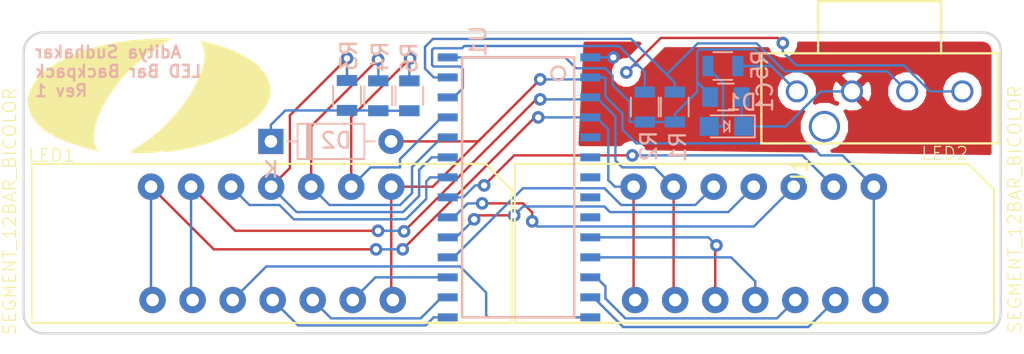
<source format=kicad_pcb>
(kicad_pcb (version 20171130) (host pcbnew 5.0.2-bee76a0~70~ubuntu18.04.1)

  (general
    (thickness 1.6)
    (drawings 9)
    (tracks 266)
    (zones 0)
    (modules 14)
    (nets 31)
  )

  (page A4)
  (layers
    (0 F.Cu signal)
    (31 B.Cu signal)
    (32 B.Adhes user)
    (33 F.Adhes user)
    (34 B.Paste user)
    (35 F.Paste user)
    (36 B.SilkS user)
    (37 F.SilkS user)
    (38 B.Mask user)
    (39 F.Mask user)
    (40 Dwgs.User user)
    (41 Cmts.User user)
    (42 Eco1.User user)
    (43 Eco2.User user)
    (44 Edge.Cuts user)
    (45 Margin user)
    (46 B.CrtYd user)
    (47 F.CrtYd user)
    (48 B.Fab user)
    (49 F.Fab user)
  )

  (setup
    (last_trace_width 0.1524)
    (user_trace_width 0.1524)
    (trace_clearance 0.2)
    (zone_clearance 0.508)
    (zone_45_only no)
    (trace_min 0.1524)
    (segment_width 0.2)
    (edge_width 0.1)
    (via_size 0.8)
    (via_drill 0.4)
    (via_min_size 0.4)
    (via_min_drill 0.3)
    (uvia_size 0.3)
    (uvia_drill 0.1)
    (uvias_allowed yes)
    (uvia_min_size 0.2)
    (uvia_min_drill 0.1)
    (pcb_text_width 0.3)
    (pcb_text_size 1.5 1.5)
    (mod_edge_width 0.15)
    (mod_text_size 1 1)
    (mod_text_width 0.15)
    (pad_size 1.5 1.5)
    (pad_drill 0.6)
    (pad_to_mask_clearance 0)
    (solder_mask_min_width 0.25)
    (aux_axis_origin 0 0)
    (visible_elements FFFFEF7F)
    (pcbplotparams
      (layerselection 0x010fc_ffffffff)
      (usegerberextensions true)
      (usegerberattributes false)
      (usegerberadvancedattributes false)
      (creategerberjobfile false)
      (excludeedgelayer true)
      (linewidth 0.100000)
      (plotframeref false)
      (viasonmask false)
      (mode 1)
      (useauxorigin false)
      (hpglpennumber 1)
      (hpglpenspeed 20)
      (hpglpendiameter 15.000000)
      (psnegative false)
      (psa4output false)
      (plotreference true)
      (plotvalue true)
      (plotinvisibletext false)
      (padsonsilk false)
      (subtractmaskfromsilk false)
      (outputformat 1)
      (mirror false)
      (drillshape 0)
      (scaleselection 1)
      (outputdirectory "./"))
  )

  (net 0 "")
  (net 1 +5V)
  (net 2 GND)
  (net 3 "Net-(D1-Pad2)")
  (net 4 "Net-(D2-Pad1)")
  (net 5 /COM0)
  (net 6 /ROW0)
  (net 7 /ROW1)
  (net 8 /ROW2)
  (net 9 /ROW3)
  (net 10 /COM1)
  (net 11 /COM2)
  (net 12 /ROW11)
  (net 13 /ROW10)
  (net 14 /ROW9)
  (net 15 /ROW8)
  (net 16 /ROW12)
  (net 17 /ROW13)
  (net 18 /ROW14)
  (net 19 /ROW15)
  (net 20 /ROW7)
  (net 21 /ROW6)
  (net 22 /ROW5)
  (net 23 /ROW4)
  (net 24 "Net-(U1-Pad9)")
  (net 25 "Net-(U1-Pad8)")
  (net 26 "Net-(U1-Pad7)")
  (net 27 "Net-(U1-Pad6)")
  (net 28 "Net-(U1-Pad5)")
  (net 29 /SDA)
  (net 30 /SCL)

  (net_class Default "This is the default net class."
    (clearance 0.2)
    (trace_width 0.25)
    (via_dia 0.8)
    (via_drill 0.4)
    (uvia_dia 0.3)
    (uvia_drill 0.1)
    (add_net +5V)
    (add_net /COM0)
    (add_net /COM1)
    (add_net /COM2)
    (add_net /ROW0)
    (add_net /ROW1)
    (add_net /ROW10)
    (add_net /ROW11)
    (add_net /ROW12)
    (add_net /ROW13)
    (add_net /ROW14)
    (add_net /ROW15)
    (add_net /ROW2)
    (add_net /ROW3)
    (add_net /ROW4)
    (add_net /ROW5)
    (add_net /ROW6)
    (add_net /ROW7)
    (add_net /ROW8)
    (add_net /ROW9)
    (add_net /SCL)
    (add_net /SDA)
    (add_net GND)
    (add_net "Net-(D1-Pad2)")
    (add_net "Net-(D2-Pad1)")
    (add_net "Net-(U1-Pad5)")
    (add_net "Net-(U1-Pad6)")
    (add_net "Net-(U1-Pad7)")
    (add_net "Net-(U1-Pad8)")
    (add_net "Net-(U1-Pad9)")
  )

  (module footprints:C_0805_OEM (layer B.Cu) (tedit 59F250E7) (tstamp 5C9729D7)
    (at 107.023498 24.232875)
    (descr "Capacitor SMD 0805, reflow soldering, AVX (see smccp.pdf)")
    (tags "capacitor 0805")
    (path /5C6B7086)
    (attr smd)
    (fp_text reference C1 (at 2.4765 0 -90) (layer B.SilkS)
      (effects (font (size 1 1) (thickness 0.15)) (justify mirror))
    )
    (fp_text value C_10uF (at 0 -1.75) (layer B.Fab) hide
      (effects (font (size 1 1) (thickness 0.15)) (justify mirror))
    )
    (fp_line (start -1 -0.62) (end -1 0.62) (layer B.Fab) (width 0.1))
    (fp_line (start 1 -0.62) (end -1 -0.62) (layer B.Fab) (width 0.1))
    (fp_line (start 1 0.62) (end 1 -0.62) (layer B.Fab) (width 0.1))
    (fp_line (start -1 0.62) (end 1 0.62) (layer B.Fab) (width 0.1))
    (fp_line (start 0.5 0.85) (end -0.5 0.85) (layer B.SilkS) (width 0.12))
    (fp_line (start -0.5 -0.85) (end 0.5 -0.85) (layer B.SilkS) (width 0.12))
    (fp_line (start -1.75 0.88) (end 1.75 0.88) (layer B.CrtYd) (width 0.05))
    (fp_line (start -1.75 0.88) (end -1.75 -0.87) (layer B.CrtYd) (width 0.05))
    (fp_line (start 1.75 -0.87) (end 1.75 0.88) (layer B.CrtYd) (width 0.05))
    (fp_line (start 1.75 -0.87) (end -1.75 -0.87) (layer B.CrtYd) (width 0.05))
    (pad 1 smd rect (at -1 0) (size 1 1.25) (layers B.Cu B.Paste B.Mask)
      (net 1 +5V))
    (pad 2 smd rect (at 1 0) (size 1 1.25) (layers B.Cu B.Paste B.Mask)
      (net 2 GND))
    (model /home/josh/Formula/OEM_Preferred_Parts/3DModels/C_0805_OEM/C_0805.wrl
      (at (xyz 0 0 0))
      (scale (xyz 1 1 1))
      (rotate (xyz 0 0 0))
    )
  )

  (module footprints:LED_0805_OEM (layer B.Cu) (tedit 5A5B129D) (tstamp 5C972A46)
    (at 107.061 26.0985 180)
    (descr "LED 0805 smd package")
    (tags "LED led 0805 SMD smd SMT smt smdled SMDLED smtled SMTLED")
    (path /5C6B71FC)
    (attr smd)
    (fp_text reference D1 (at -0.9525 1.524) (layer B.SilkS)
      (effects (font (size 1 1) (thickness 0.15)) (justify mirror))
    )
    (fp_text value LED (at 0.508 -2.032 180) (layer B.Fab) hide
      (effects (font (size 1 1) (thickness 0.15)) (justify mirror))
    )
    (fp_line (start -0.2 -0.35) (end -0.2 0) (layer B.SilkS) (width 0.1))
    (fp_line (start -0.2 0) (end -0.2 0.35) (layer B.SilkS) (width 0.1))
    (fp_line (start 0.15 -0.35) (end -0.2 0) (layer B.SilkS) (width 0.1))
    (fp_line (start 0.15 -0.3) (end 0.15 -0.35) (layer B.SilkS) (width 0.1))
    (fp_line (start 0.15 -0.35) (end 0.15 -0.3) (layer B.SilkS) (width 0.1))
    (fp_line (start 0.15 0.35) (end 0.15 -0.3) (layer B.SilkS) (width 0.1))
    (fp_line (start 0.1 0.3) (end 0.15 0.35) (layer B.SilkS) (width 0.1))
    (fp_line (start -0.2 0) (end 0.1 0.3) (layer B.SilkS) (width 0.1))
    (fp_line (start -1.8 0.7) (end -1.8 -0.7) (layer B.SilkS) (width 0.12))
    (fp_line (start 1 -0.6) (end -1 -0.6) (layer B.Fab) (width 0.1))
    (fp_line (start 1 0.6) (end 1 -0.6) (layer B.Fab) (width 0.1))
    (fp_line (start -1 0.6) (end 1 0.6) (layer B.Fab) (width 0.1))
    (fp_line (start -1 -0.6) (end -1 0.6) (layer B.Fab) (width 0.1))
    (fp_line (start -1.8 -0.7) (end 1 -0.7) (layer B.SilkS) (width 0.12))
    (fp_line (start -1.8 0.7) (end 1 0.7) (layer B.SilkS) (width 0.12))
    (fp_line (start 1.95 0.85) (end 1.95 -0.85) (layer B.CrtYd) (width 0.05))
    (fp_line (start 1.95 -0.85) (end -1.95 -0.85) (layer B.CrtYd) (width 0.05))
    (fp_line (start -1.95 -0.85) (end -1.95 0.85) (layer B.CrtYd) (width 0.05))
    (fp_line (start -1.95 0.85) (end 1.95 0.85) (layer B.CrtYd) (width 0.05))
    (pad 2 smd rect (at 1.1 0) (size 1.2 1.2) (layers B.Cu B.Paste B.Mask)
      (net 3 "Net-(D1-Pad2)"))
    (pad 1 smd rect (at -1.1 0) (size 1.2 1.2) (layers B.Cu B.Paste B.Mask)
      (net 2 GND))
    (model "/home/josh/Formula/OEM_Preferred_Parts/3DModels/LED_0805/LED 0805 Base GREEN001_sp.wrl"
      (at (xyz 0 0 0))
      (scale (xyz 1 1 1))
      (rotate (xyz 0 0 180))
    )
  )

  (module Diode_THT:D_DO-35_SOD27_P7.62mm_Horizontal (layer B.Cu) (tedit 5C870D56) (tstamp 5C972B0C)
    (at 78.1685 27.051)
    (descr "Diode, DO-35_SOD27 series, Axial, Horizontal, pin pitch=7.62mm, , length*diameter=4*2mm^2, , http://www.diodes.com/_files/packages/DO-35.pdf")
    (tags "Diode DO-35_SOD27 series Axial Horizontal pin pitch 7.62mm  length 4mm diameter 2mm")
    (path /5C7DE24A)
    (fp_text reference D2 (at 4.1275 -0.0635) (layer B.SilkS)
      (effects (font (size 1 1) (thickness 0.15)) (justify mirror))
    )
    (fp_text value D_Zener_13V (at 3.81 -2.12) (layer B.Fab) hide
      (effects (font (size 1 1) (thickness 0.15)) (justify mirror))
    )
    (fp_line (start 1.81 1) (end 1.81 -1) (layer B.Fab) (width 0.1))
    (fp_line (start 1.81 -1) (end 5.81 -1) (layer B.Fab) (width 0.1))
    (fp_line (start 5.81 -1) (end 5.81 1) (layer B.Fab) (width 0.1))
    (fp_line (start 5.81 1) (end 1.81 1) (layer B.Fab) (width 0.1))
    (fp_line (start 0 0) (end 1.81 0) (layer B.Fab) (width 0.1))
    (fp_line (start 7.62 0) (end 5.81 0) (layer B.Fab) (width 0.1))
    (fp_line (start 2.41 1) (end 2.41 -1) (layer B.Fab) (width 0.1))
    (fp_line (start 2.51 1) (end 2.51 -1) (layer B.Fab) (width 0.1))
    (fp_line (start 2.31 1) (end 2.31 -1) (layer B.Fab) (width 0.1))
    (fp_line (start 1.69 1.12) (end 1.69 -1.12) (layer B.SilkS) (width 0.12))
    (fp_line (start 1.69 -1.12) (end 5.93 -1.12) (layer B.SilkS) (width 0.12))
    (fp_line (start 5.93 -1.12) (end 5.93 1.12) (layer B.SilkS) (width 0.12))
    (fp_line (start 5.93 1.12) (end 1.69 1.12) (layer B.SilkS) (width 0.12))
    (fp_line (start 1.04 0) (end 1.69 0) (layer B.SilkS) (width 0.12))
    (fp_line (start 6.58 0) (end 5.93 0) (layer B.SilkS) (width 0.12))
    (fp_line (start 2.41 1.12) (end 2.41 -1.12) (layer B.SilkS) (width 0.12))
    (fp_line (start 2.53 1.12) (end 2.53 -1.12) (layer B.SilkS) (width 0.12))
    (fp_line (start 2.29 1.12) (end 2.29 -1.12) (layer B.SilkS) (width 0.12))
    (fp_line (start -1.05 1.25) (end -1.05 -1.25) (layer B.CrtYd) (width 0.05))
    (fp_line (start -1.05 -1.25) (end 8.67 -1.25) (layer B.CrtYd) (width 0.05))
    (fp_line (start 8.67 -1.25) (end 8.67 1.25) (layer B.CrtYd) (width 0.05))
    (fp_line (start 8.67 1.25) (end -1.05 1.25) (layer B.CrtYd) (width 0.05))
    (fp_text user %R (at 4.11 0) (layer B.Fab)
      (effects (font (size 0.8 0.8) (thickness 0.12)) (justify mirror))
    )
    (fp_text user K (at 0 1.8) (layer B.Fab)
      (effects (font (size 1 1) (thickness 0.15)) (justify mirror))
    )
    (fp_text user K (at 0 1.8) (layer B.SilkS)
      (effects (font (size 1 1) (thickness 0.15)) (justify mirror))
    )
    (pad 1 thru_hole rect (at 0 0) (size 1.6 1.6) (drill 0.8) (layers *.Cu *.Mask)
      (net 4 "Net-(D2-Pad1)"))
    (pad 2 thru_hole oval (at 7.62 0) (size 1.6 1.6) (drill 0.8) (layers *.Cu *.Mask)
      (net 5 /COM0))
    (model ${KISYS3DMOD}/Diode_THT.3dshapes/D_DO-35_SOD27_P7.62mm_Horizontal.wrl
      (at (xyz 0 0 0))
      (scale (xyz 1 1 1))
      (rotate (xyz 0 0 0))
    )
  )

  (module footprints:R_0805_OEM (layer B.Cu) (tedit 59F25131) (tstamp 5C972F08)
    (at 103.784997 24.867875 270)
    (descr "Resistor SMD 0805, reflow soldering, Vishay (see dcrcw.pdf)")
    (tags "resistor 0805")
    (path /5C6BC7D9)
    (attr smd)
    (fp_text reference R1 (at 2.54 -0.1905 270) (layer B.SilkS)
      (effects (font (size 1 1) (thickness 0.15)) (justify mirror))
    )
    (fp_text value 10K (at 0 -1.75 270) (layer B.Fab) hide
      (effects (font (size 1 1) (thickness 0.15)) (justify mirror))
    )
    (fp_line (start -1 -0.62) (end -1 0.62) (layer B.Fab) (width 0.1))
    (fp_line (start 1 -0.62) (end -1 -0.62) (layer B.Fab) (width 0.1))
    (fp_line (start 1 0.62) (end 1 -0.62) (layer B.Fab) (width 0.1))
    (fp_line (start -1 0.62) (end 1 0.62) (layer B.Fab) (width 0.1))
    (fp_line (start 0.6 -0.88) (end -0.6 -0.88) (layer B.SilkS) (width 0.12))
    (fp_line (start -0.6 0.88) (end 0.6 0.88) (layer B.SilkS) (width 0.12))
    (fp_line (start -1.55 0.9) (end 1.55 0.9) (layer B.CrtYd) (width 0.05))
    (fp_line (start -1.55 0.9) (end -1.55 -0.9) (layer B.CrtYd) (width 0.05))
    (fp_line (start 1.55 -0.9) (end 1.55 0.9) (layer B.CrtYd) (width 0.05))
    (fp_line (start 1.55 -0.9) (end -1.55 -0.9) (layer B.CrtYd) (width 0.05))
    (pad 1 smd rect (at -0.95 0 270) (size 0.7 1.3) (layers B.Cu B.Paste B.Mask)
      (net 29 /SDA))
    (pad 2 smd rect (at 0.95 0 270) (size 0.7 1.3) (layers B.Cu B.Paste B.Mask)
      (net 1 +5V))
    (model "/home/josh/Formula/OEM_Preferred_Parts/3DModels/WRL Files/res0805.wrl"
      (at (xyz 0 0 0))
      (scale (xyz 1 1 1))
      (rotate (xyz 0 0 0))
    )
  )

  (module footprints:R_0805_OEM (layer B.Cu) (tedit 59F25131) (tstamp 5C972F35)
    (at 101.879998 24.867875 270)
    (descr "Resistor SMD 0805, reflow soldering, Vishay (see dcrcw.pdf)")
    (tags "resistor 0805")
    (path /5C6BC8A5)
    (attr smd)
    (fp_text reference R2 (at 2.4765 -0.254 270) (layer B.SilkS)
      (effects (font (size 1 1) (thickness 0.15)) (justify mirror))
    )
    (fp_text value 10K (at 0 -1.75 270) (layer B.Fab) hide
      (effects (font (size 1 1) (thickness 0.15)) (justify mirror))
    )
    (fp_line (start 1.55 -0.9) (end -1.55 -0.9) (layer B.CrtYd) (width 0.05))
    (fp_line (start 1.55 -0.9) (end 1.55 0.9) (layer B.CrtYd) (width 0.05))
    (fp_line (start -1.55 0.9) (end -1.55 -0.9) (layer B.CrtYd) (width 0.05))
    (fp_line (start -1.55 0.9) (end 1.55 0.9) (layer B.CrtYd) (width 0.05))
    (fp_line (start -0.6 0.88) (end 0.6 0.88) (layer B.SilkS) (width 0.12))
    (fp_line (start 0.6 -0.88) (end -0.6 -0.88) (layer B.SilkS) (width 0.12))
    (fp_line (start -1 0.62) (end 1 0.62) (layer B.Fab) (width 0.1))
    (fp_line (start 1 0.62) (end 1 -0.62) (layer B.Fab) (width 0.1))
    (fp_line (start 1 -0.62) (end -1 -0.62) (layer B.Fab) (width 0.1))
    (fp_line (start -1 -0.62) (end -1 0.62) (layer B.Fab) (width 0.1))
    (pad 2 smd rect (at 0.95 0 270) (size 0.7 1.3) (layers B.Cu B.Paste B.Mask)
      (net 1 +5V))
    (pad 1 smd rect (at -0.95 0 270) (size 0.7 1.3) (layers B.Cu B.Paste B.Mask)
      (net 30 /SCL))
    (model "/home/josh/Formula/OEM_Preferred_Parts/3DModels/WRL Files/res0805.wrl"
      (at (xyz 0 0 0))
      (scale (xyz 1 1 1))
      (rotate (xyz 0 0 0))
    )
  )

  (module footprints:R_0805_OEM (layer B.Cu) (tedit 59F25131) (tstamp 5C972F62)
    (at 82.994435 24.135238 270)
    (descr "Resistor SMD 0805, reflow soldering, Vishay (see dcrcw.pdf)")
    (tags "resistor 0805")
    (path /5C6B73BA)
    (attr smd)
    (fp_text reference R3 (at -2.54 -0.127 270) (layer B.SilkS)
      (effects (font (size 1 1) (thickness 0.15)) (justify mirror))
    )
    (fp_text value R_51.1k (at 0 -1.75 270) (layer B.Fab) hide
      (effects (font (size 1 1) (thickness 0.15)) (justify mirror))
    )
    (fp_line (start 1.55 -0.9) (end -1.55 -0.9) (layer B.CrtYd) (width 0.05))
    (fp_line (start 1.55 -0.9) (end 1.55 0.9) (layer B.CrtYd) (width 0.05))
    (fp_line (start -1.55 0.9) (end -1.55 -0.9) (layer B.CrtYd) (width 0.05))
    (fp_line (start -1.55 0.9) (end 1.55 0.9) (layer B.CrtYd) (width 0.05))
    (fp_line (start -0.6 0.88) (end 0.6 0.88) (layer B.SilkS) (width 0.12))
    (fp_line (start 0.6 -0.88) (end -0.6 -0.88) (layer B.SilkS) (width 0.12))
    (fp_line (start -1 0.62) (end 1 0.62) (layer B.Fab) (width 0.1))
    (fp_line (start 1 0.62) (end 1 -0.62) (layer B.Fab) (width 0.1))
    (fp_line (start 1 -0.62) (end -1 -0.62) (layer B.Fab) (width 0.1))
    (fp_line (start -1 -0.62) (end -1 0.62) (layer B.Fab) (width 0.1))
    (pad 2 smd rect (at 0.95 0 270) (size 0.7 1.3) (layers B.Cu B.Paste B.Mask)
      (net 4 "Net-(D2-Pad1)"))
    (pad 1 smd rect (at -0.95 0 270) (size 0.7 1.3) (layers B.Cu B.Paste B.Mask)
      (net 8 /ROW2))
    (model "/home/josh/Formula/OEM_Preferred_Parts/3DModels/WRL Files/res0805.wrl"
      (at (xyz 0 0 0))
      (scale (xyz 1 1 1))
      (rotate (xyz 0 0 0))
    )
  )

  (module footprints:R_0805_OEM (layer B.Cu) (tedit 59F25131) (tstamp 5C972F8F)
    (at 84.981374 24.155265 270)
    (descr "Resistor SMD 0805, reflow soldering, Vishay (see dcrcw.pdf)")
    (tags "resistor 0805")
    (path /5C6B7422)
    (attr smd)
    (fp_text reference R4 (at -2.474 -0.127 270) (layer B.SilkS)
      (effects (font (size 1 1) (thickness 0.15)) (justify mirror))
    )
    (fp_text value R_51.1k (at 0 -1.75 270) (layer B.Fab) hide
      (effects (font (size 1 1) (thickness 0.15)) (justify mirror))
    )
    (fp_line (start -1 -0.62) (end -1 0.62) (layer B.Fab) (width 0.1))
    (fp_line (start 1 -0.62) (end -1 -0.62) (layer B.Fab) (width 0.1))
    (fp_line (start 1 0.62) (end 1 -0.62) (layer B.Fab) (width 0.1))
    (fp_line (start -1 0.62) (end 1 0.62) (layer B.Fab) (width 0.1))
    (fp_line (start 0.6 -0.88) (end -0.6 -0.88) (layer B.SilkS) (width 0.12))
    (fp_line (start -0.6 0.88) (end 0.6 0.88) (layer B.SilkS) (width 0.12))
    (fp_line (start -1.55 0.9) (end 1.55 0.9) (layer B.CrtYd) (width 0.05))
    (fp_line (start -1.55 0.9) (end -1.55 -0.9) (layer B.CrtYd) (width 0.05))
    (fp_line (start 1.55 -0.9) (end 1.55 0.9) (layer B.CrtYd) (width 0.05))
    (fp_line (start 1.55 -0.9) (end -1.55 -0.9) (layer B.CrtYd) (width 0.05))
    (pad 1 smd rect (at -0.95 0 270) (size 0.7 1.3) (layers B.Cu B.Paste B.Mask)
      (net 7 /ROW1))
    (pad 2 smd rect (at 0.95 0 270) (size 0.7 1.3) (layers B.Cu B.Paste B.Mask)
      (net 4 "Net-(D2-Pad1)"))
    (model "/home/josh/Formula/OEM_Preferred_Parts/3DModels/WRL Files/res0805.wrl"
      (at (xyz 0 0 0))
      (scale (xyz 1 1 1))
      (rotate (xyz 0 0 0))
    )
  )

  (module footprints:R_0805_OEM (layer B.Cu) (tedit 59F25131) (tstamp 5C972C44)
    (at 106.832998 22.264375 180)
    (descr "Resistor SMD 0805, reflow soldering, Vishay (see dcrcw.pdf)")
    (tags "resistor 0805")
    (path /5C6B72B8)
    (attr smd)
    (fp_text reference R5 (at -2.3495 0.0635 90) (layer B.SilkS)
      (effects (font (size 1 1) (thickness 0.15)) (justify mirror))
    )
    (fp_text value R_500 (at 0 -1.75 180) (layer B.Fab) hide
      (effects (font (size 1 1) (thickness 0.15)) (justify mirror))
    )
    (fp_line (start -1 -0.62) (end -1 0.62) (layer B.Fab) (width 0.1))
    (fp_line (start 1 -0.62) (end -1 -0.62) (layer B.Fab) (width 0.1))
    (fp_line (start 1 0.62) (end 1 -0.62) (layer B.Fab) (width 0.1))
    (fp_line (start -1 0.62) (end 1 0.62) (layer B.Fab) (width 0.1))
    (fp_line (start 0.6 -0.88) (end -0.6 -0.88) (layer B.SilkS) (width 0.12))
    (fp_line (start -0.6 0.88) (end 0.6 0.88) (layer B.SilkS) (width 0.12))
    (fp_line (start -1.55 0.9) (end 1.55 0.9) (layer B.CrtYd) (width 0.05))
    (fp_line (start -1.55 0.9) (end -1.55 -0.9) (layer B.CrtYd) (width 0.05))
    (fp_line (start 1.55 -0.9) (end 1.55 0.9) (layer B.CrtYd) (width 0.05))
    (fp_line (start 1.55 -0.9) (end -1.55 -0.9) (layer B.CrtYd) (width 0.05))
    (pad 1 smd rect (at -0.95 0 180) (size 0.7 1.3) (layers B.Cu B.Paste B.Mask)
      (net 1 +5V))
    (pad 2 smd rect (at 0.95 0 180) (size 0.7 1.3) (layers B.Cu B.Paste B.Mask)
      (net 3 "Net-(D1-Pad2)"))
    (model "/home/josh/Formula/OEM_Preferred_Parts/3DModels/WRL Files/res0805.wrl"
      (at (xyz 0 0 0))
      (scale (xyz 1 1 1))
      (rotate (xyz 0 0 0))
    )
  )

  (module footprints:R_0805_OEM (layer B.Cu) (tedit 59F25131) (tstamp 5C972BC6)
    (at 86.949874 24.155264 270)
    (descr "Resistor SMD 0805, reflow soldering, Vishay (see dcrcw.pdf)")
    (tags "resistor 0805")
    (path /5C6B7472)
    (attr smd)
    (fp_text reference R6 (at -2.413 0 270) (layer B.SilkS)
      (effects (font (size 1 1) (thickness 0.15)) (justify mirror))
    )
    (fp_text value R_51.1k (at 0 -1.75 270) (layer B.Fab) hide
      (effects (font (size 1 1) (thickness 0.15)) (justify mirror))
    )
    (fp_line (start 1.55 -0.9) (end -1.55 -0.9) (layer B.CrtYd) (width 0.05))
    (fp_line (start 1.55 -0.9) (end 1.55 0.9) (layer B.CrtYd) (width 0.05))
    (fp_line (start -1.55 0.9) (end -1.55 -0.9) (layer B.CrtYd) (width 0.05))
    (fp_line (start -1.55 0.9) (end 1.55 0.9) (layer B.CrtYd) (width 0.05))
    (fp_line (start -0.6 0.88) (end 0.6 0.88) (layer B.SilkS) (width 0.12))
    (fp_line (start 0.6 -0.88) (end -0.6 -0.88) (layer B.SilkS) (width 0.12))
    (fp_line (start -1 0.62) (end 1 0.62) (layer B.Fab) (width 0.1))
    (fp_line (start 1 0.62) (end 1 -0.62) (layer B.Fab) (width 0.1))
    (fp_line (start 1 -0.62) (end -1 -0.62) (layer B.Fab) (width 0.1))
    (fp_line (start -1 -0.62) (end -1 0.62) (layer B.Fab) (width 0.1))
    (pad 2 smd rect (at 0.95 0 270) (size 0.7 1.3) (layers B.Cu B.Paste B.Mask)
      (net 4 "Net-(D2-Pad1)"))
    (pad 1 smd rect (at -0.95 0 270) (size 0.7 1.3) (layers B.Cu B.Paste B.Mask)
      (net 6 /ROW0))
    (model "/home/josh/Formula/OEM_Preferred_Parts/3DModels/WRL Files/res0805.wrl"
      (at (xyz 0 0 0))
      (scale (xyz 1 1 1))
      (rotate (xyz 0 0 0))
    )
  )

  (module footprints:Ultrafit_4 (layer F.Cu) (tedit 59F24F6F) (tstamp 5C972E29)
    (at 116.7765 23.876 270)
    (path /5C6B7FE4)
    (fp_text reference J1 (at 5.08 5.08 270) (layer F.SilkS)
      (effects (font (size 1 1) (thickness 0.15)))
    )
    (fp_text value UF_4_VT (at 4.572 0.508) (layer F.Fab) hide
      (effects (font (size 1 1) (thickness 0.15)))
    )
    (fp_line (start -5.588 -3.81) (end -2.54 -3.81) (layer F.Fab) (width 0.15))
    (fp_line (start -2.54 -3.81) (end -2.54 3.81) (layer F.Fab) (width 0.15))
    (fp_line (start -2.54 3.81) (end -5.588 3.81) (layer F.Fab) (width 0.15))
    (fp_line (start -5.588 3.81) (end -5.588 -3.81) (layer F.Fab) (width 0.15))
    (fp_text user "6.55mm Clearance" (at -4.07 0) (layer F.Fab)
      (effects (font (size 0.5 0.5) (thickness 0.08)))
    )
    (fp_line (start -2.42 -3.9) (end -5.73 -3.9) (layer F.SilkS) (width 0.15))
    (fp_line (start -5.73 -3.9) (end -5.73 3.9) (layer F.SilkS) (width 0.15))
    (fp_line (start -5.73 3.9) (end -2.42 3.9) (layer F.SilkS) (width 0.15))
    (fp_line (start -2.42 7.5) (end 3.302 7.5) (layer F.SilkS) (width 0.15))
    (fp_line (start -2.42 -7.5) (end 3.302 -7.5) (layer F.SilkS) (width 0.15))
    (fp_line (start -2.42 7.5) (end -2.42 -7.5) (layer F.SilkS) (width 0.15))
    (fp_line (start 3.302 7.5) (end 3.302 -7.5) (layer F.SilkS) (width 0.15))
    (pad 2 thru_hole circle (at 0 1.75 270) (size 1.397 1.397) (drill 1.02) (layers *.Cu *.Mask)
      (net 2 GND))
    (pad 1 thru_hole circle (at 0 5.25 270) (size 1.397 1.397) (drill 1.02) (layers *.Cu *.Mask)
      (net 1 +5V))
    (pad "" thru_hole circle (at 2.23 3.5 270) (size 1.981 1.981) (drill 1.6) (layers *.Cu *.Mask))
    (pad 3 thru_hole circle (at 0 -1.75 90) (size 1.397 1.397) (drill 1.02) (layers *.Cu *.Mask)
      (net 29 /SDA))
    (pad 4 thru_hole circle (at 0 -5.25 90) (size 1.397 1.397) (drill 1.02) (layers *.Cu *.Mask)
      (net 30 /SCL))
  )

  (module footprints:SEGMENT_BICOL_BL-AR12Z3010 (layer F.Cu) (tedit 200000) (tstamp 5C972D55)
    (at 78.232 33.528 270)
    (descr "SOUCE: HTTP://WWW.BETLUX.COM/PRODUCT/LED_LIGHT_BAR/BL-AR12B3010XX.PDF")
    (tags "SOUCE: HTTP://WWW.BETLUX.COM/PRODUCT/LED_LIGHT_BAR/BL-AR12B3010XX.PDF")
    (path /5C6C0B50)
    (attr virtual)
    (fp_text reference LED1 (at -5.588 13.97) (layer F.SilkS)
      (effects (font (size 0.8128 0.8128) (thickness 0.0762)))
    )
    (fp_text value SEGMENT_12BAR_BICOLOR (at -2.032 16.637 270) (layer F.SilkS)
      (effects (font (size 0.8128 0.8128) (thickness 0.0762)))
    )
    (fp_line (start -2.49936 -0.39878) (end 2.49936 -0.39878) (layer Dwgs.User) (width 0.06604))
    (fp_line (start 2.49936 -0.39878) (end 2.49936 -2.13868) (layer Dwgs.User) (width 0.06604))
    (fp_line (start -2.49936 -2.13868) (end 2.49936 -2.13868) (layer Dwgs.User) (width 0.06604))
    (fp_line (start -2.49936 -0.39878) (end -2.49936 -2.13868) (layer Dwgs.User) (width 0.06604))
    (fp_line (start -2.49936 -2.93878) (end 2.49936 -2.93878) (layer Dwgs.User) (width 0.06604))
    (fp_line (start 2.49936 -2.93878) (end 2.49936 -4.67868) (layer Dwgs.User) (width 0.06604))
    (fp_line (start -2.49936 -4.67868) (end 2.49936 -4.67868) (layer Dwgs.User) (width 0.06604))
    (fp_line (start -2.49936 -2.93878) (end -2.49936 -4.67868) (layer Dwgs.User) (width 0.06604))
    (fp_line (start -2.49936 -5.47878) (end 2.49936 -5.47878) (layer Dwgs.User) (width 0.06604))
    (fp_line (start 2.49936 -5.47878) (end 2.49936 -7.21868) (layer Dwgs.User) (width 0.06604))
    (fp_line (start -2.49936 -7.21868) (end 2.49936 -7.21868) (layer Dwgs.User) (width 0.06604))
    (fp_line (start -2.49936 -5.47878) (end -2.49936 -7.21868) (layer Dwgs.User) (width 0.06604))
    (fp_line (start -2.49936 -8.01878) (end 2.49936 -8.01878) (layer Dwgs.User) (width 0.06604))
    (fp_line (start 2.49936 -8.01878) (end 2.49936 -9.75868) (layer Dwgs.User) (width 0.06604))
    (fp_line (start -2.49936 -9.75868) (end 2.49936 -9.75868) (layer Dwgs.User) (width 0.06604))
    (fp_line (start -2.49936 -8.01878) (end -2.49936 -9.75868) (layer Dwgs.User) (width 0.06604))
    (fp_line (start -2.49936 -10.55878) (end 2.49936 -10.55878) (layer Dwgs.User) (width 0.06604))
    (fp_line (start 2.49936 -10.55878) (end 2.49936 -12.29868) (layer Dwgs.User) (width 0.06604))
    (fp_line (start -2.49936 -12.29868) (end 2.49936 -12.29868) (layer Dwgs.User) (width 0.06604))
    (fp_line (start -2.49936 -10.55878) (end -2.49936 -12.29868) (layer Dwgs.User) (width 0.06604))
    (fp_line (start -2.49936 -13.09878) (end 2.49936 -13.09878) (layer Dwgs.User) (width 0.06604))
    (fp_line (start 2.49936 -13.09878) (end 2.49936 -14.83868) (layer Dwgs.User) (width 0.06604))
    (fp_line (start -2.49936 -14.83868) (end 2.49936 -14.83868) (layer Dwgs.User) (width 0.06604))
    (fp_line (start -2.49936 -13.09878) (end -2.49936 -14.83868) (layer Dwgs.User) (width 0.06604))
    (fp_line (start -2.49936 2.13868) (end 2.49936 2.13868) (layer Dwgs.User) (width 0.06604))
    (fp_line (start 2.49936 2.13868) (end 2.49936 0.39878) (layer Dwgs.User) (width 0.06604))
    (fp_line (start -2.49936 0.39878) (end 2.49936 0.39878) (layer Dwgs.User) (width 0.06604))
    (fp_line (start -2.49936 2.13868) (end -2.49936 0.39878) (layer Dwgs.User) (width 0.06604))
    (fp_line (start -2.49936 4.67868) (end 2.49936 4.67868) (layer Dwgs.User) (width 0.06604))
    (fp_line (start 2.49936 4.67868) (end 2.49936 2.93878) (layer Dwgs.User) (width 0.06604))
    (fp_line (start -2.49936 2.93878) (end 2.49936 2.93878) (layer Dwgs.User) (width 0.06604))
    (fp_line (start -2.49936 4.67868) (end -2.49936 2.93878) (layer Dwgs.User) (width 0.06604))
    (fp_line (start -2.49936 7.21868) (end 2.49936 7.21868) (layer Dwgs.User) (width 0.06604))
    (fp_line (start 2.49936 7.21868) (end 2.49936 5.47878) (layer Dwgs.User) (width 0.06604))
    (fp_line (start -2.49936 5.47878) (end 2.49936 5.47878) (layer Dwgs.User) (width 0.06604))
    (fp_line (start -2.49936 7.21868) (end -2.49936 5.47878) (layer Dwgs.User) (width 0.06604))
    (fp_line (start -2.49936 9.75868) (end 2.49936 9.75868) (layer Dwgs.User) (width 0.06604))
    (fp_line (start 2.49936 9.75868) (end 2.49936 8.01878) (layer Dwgs.User) (width 0.06604))
    (fp_line (start -2.49936 8.01878) (end 2.49936 8.01878) (layer Dwgs.User) (width 0.06604))
    (fp_line (start -2.49936 9.75868) (end -2.49936 8.01878) (layer Dwgs.User) (width 0.06604))
    (fp_line (start -2.49936 12.29868) (end 2.49936 12.29868) (layer Dwgs.User) (width 0.06604))
    (fp_line (start 2.49936 12.29868) (end 2.49936 10.55878) (layer Dwgs.User) (width 0.06604))
    (fp_line (start -2.49936 10.55878) (end 2.49936 10.55878) (layer Dwgs.User) (width 0.06604))
    (fp_line (start -2.49936 12.29868) (end -2.49936 10.55878) (layer Dwgs.User) (width 0.06604))
    (fp_line (start -2.49936 14.83868) (end 2.49936 14.83868) (layer Dwgs.User) (width 0.06604))
    (fp_line (start 2.49936 14.83868) (end 2.49936 13.09878) (layer Dwgs.User) (width 0.06604))
    (fp_line (start -2.49936 13.09878) (end 2.49936 13.09878) (layer Dwgs.User) (width 0.06604))
    (fp_line (start -2.49936 14.83868) (end -2.49936 13.09878) (layer Dwgs.User) (width 0.06604))
    (fp_line (start -5.04952 15.19936) (end 5.04952 15.19936) (layer Dwgs.User) (width 0.127))
    (fp_line (start 5.04952 15.19936) (end 5.04952 -15.19936) (layer Dwgs.User) (width 0.127))
    (fp_line (start -5.04952 15.19936) (end 5.04952 15.19936) (layer F.SilkS) (width 0.127))
    (fp_line (start 5.04952 15.19936) (end 5.04952 -15.19936) (layer F.SilkS) (width 0.127))
    (fp_line (start 5.04952 -15.19936) (end -3.4036 -15.19936) (layer F.SilkS) (width 0.127))
    (fp_line (start -3.4036 -15.19936) (end -5.04952 -13.57376) (layer F.SilkS) (width 0.127))
    (fp_line (start -5.04952 -13.57376) (end -5.04952 15.19936) (layer F.SilkS) (width 0.127))
    (fp_line (start -5.04952 15.19936) (end -5.04952 -13.57376) (layer Dwgs.User) (width 0.127))
    (fp_line (start -5.04952 -13.57376) (end -3.4036 -15.19936) (layer Dwgs.User) (width 0.127))
    (fp_line (start -3.4036 -15.19936) (end 5.04952 -15.19936) (layer Dwgs.User) (width 0.127))
    (fp_text user A (at 6.35 -13.97 270) (layer Dwgs.User)
      (effects (font (size 1.27 1.27) (thickness 0.1016)))
    )
    (fp_text user B (at 6.35 -11.43 270) (layer Dwgs.User)
      (effects (font (size 1.27 1.27) (thickness 0.1016)))
    )
    (fp_text user C (at 6.35 -8.89 270) (layer Dwgs.User)
      (effects (font (size 1.27 1.27) (thickness 0.1016)))
    )
    (fp_text user D (at 6.35 -6.35 270) (layer Dwgs.User)
      (effects (font (size 1.27 1.27) (thickness 0.1016)))
    )
    (fp_text user E (at 6.35 -3.81 270) (layer Dwgs.User)
      (effects (font (size 1.27 1.27) (thickness 0.1016)))
    )
    (fp_text user F (at 6.35 -1.27 270) (layer Dwgs.User)
      (effects (font (size 1.27 1.27) (thickness 0.1016)))
    )
    (fp_text user G (at 6.35 1.27 270) (layer Dwgs.User)
      (effects (font (size 1.27 1.27) (thickness 0.1016)))
    )
    (fp_text user H (at 6.35 3.81 270) (layer Dwgs.User)
      (effects (font (size 1.27 1.27) (thickness 0.1016)))
    )
    (fp_text user I (at 6.35 6.35 270) (layer Dwgs.User)
      (effects (font (size 1.27 1.27) (thickness 0.1016)))
    )
    (fp_text user J (at 6.35 8.89 270) (layer Dwgs.User)
      (effects (font (size 1.27 1.27) (thickness 0.1016)))
    )
    (fp_text user K (at 6.35 11.43 270) (layer Dwgs.User)
      (effects (font (size 1.27 1.27) (thickness 0.1016)))
    )
    (fp_text user L (at 6.35 13.97 270) (layer Dwgs.User)
      (effects (font (size 1.27 1.27) (thickness 0.1016)))
    )
    (pad 1 thru_hole circle (at -3.59918 -7.5692 270) (size 1.6764 1.6764) (drill 0.79756) (layers *.Cu *.Paste *.Mask)
      (net 5 /COM0))
    (pad 2 thru_hole circle (at -3.59918 -5.0292 270) (size 1.6764 1.6764) (drill 0.79756) (layers *.Cu *.Paste *.Mask)
      (net 6 /ROW0))
    (pad 3 thru_hole circle (at -3.59918 -2.4892 270) (size 1.6764 1.6764) (drill 0.79756) (layers *.Cu *.Paste *.Mask)
      (net 7 /ROW1))
    (pad 4 thru_hole circle (at -3.59918 0.04826 270) (size 1.6764 1.6764) (drill 0.79756) (layers *.Cu *.Paste *.Mask)
      (net 8 /ROW2))
    (pad 5 thru_hole circle (at -3.59918 2.58826 270) (size 1.6764 1.6764) (drill 0.79756) (layers *.Cu *.Paste *.Mask)
      (net 9 /ROW3))
    (pad 6 thru_hole circle (at -3.59918 5.12826 270) (size 1.6764 1.6764) (drill 0.79756) (layers *.Cu *.Paste *.Mask)
      (net 10 /COM1))
    (pad 7 thru_hole circle (at -3.59918 7.66826 270) (size 1.6764 1.6764) (drill 0.79756) (layers *.Cu *.Paste *.Mask)
      (net 11 /COM2))
    (pad 8 thru_hole circle (at 3.59918 7.5692 270) (size 1.6764 1.6764) (drill 0.79756) (layers *.Cu *.Paste *.Mask)
      (net 11 /COM2))
    (pad 9 thru_hole circle (at 3.59918 5.0292 270) (size 1.6764 1.6764) (drill 0.79756) (layers *.Cu *.Paste *.Mask)
      (net 10 /COM1))
    (pad 10 thru_hole circle (at 3.59918 2.4892 270) (size 1.6764 1.6764) (drill 0.79756) (layers *.Cu *.Paste *.Mask)
      (net 12 /ROW11))
    (pad 11 thru_hole circle (at 3.59918 -0.04826 270) (size 1.6764 1.6764) (drill 0.79756) (layers *.Cu *.Paste *.Mask)
      (net 13 /ROW10))
    (pad 12 thru_hole circle (at 3.59918 -2.58826 270) (size 1.6764 1.6764) (drill 0.79756) (layers *.Cu *.Paste *.Mask)
      (net 14 /ROW9))
    (pad 13 thru_hole circle (at 3.59918 -5.12826 270) (size 1.6764 1.6764) (drill 0.79756) (layers *.Cu *.Paste *.Mask)
      (net 15 /ROW8))
    (pad 14 thru_hole circle (at 3.59918 -7.66826 270) (size 1.6764 1.6764) (drill 0.79756) (layers *.Cu *.Paste *.Mask)
      (net 5 /COM0))
  )

  (module footprints:SEGMENT_BICOL_BL-AR12Z3010 (layer F.Cu) (tedit 200000) (tstamp 5C97283F)
    (at 108.839 33.528 270)
    (descr "SOUCE: HTTP://WWW.BETLUX.COM/PRODUCT/LED_LIGHT_BAR/BL-AR12B3010XX.PDF")
    (tags "SOUCE: HTTP://WWW.BETLUX.COM/PRODUCT/LED_LIGHT_BAR/BL-AR12B3010XX.PDF")
    (path /5C6C11A5)
    (attr virtual)
    (fp_text reference LED2 (at -5.715 -12.065) (layer F.SilkS)
      (effects (font (size 0.8128 0.8128) (thickness 0.0762)))
    )
    (fp_text value SEGMENT_12BAR_BICOLOR (at -2.159 -16.51 270) (layer F.SilkS)
      (effects (font (size 0.8128 0.8128) (thickness 0.0762)))
    )
    (fp_text user L (at 6.35 13.97 270) (layer Dwgs.User)
      (effects (font (size 1.27 1.27) (thickness 0.1016)))
    )
    (fp_text user K (at 6.35 11.43 270) (layer Dwgs.User)
      (effects (font (size 1.27 1.27) (thickness 0.1016)))
    )
    (fp_text user J (at 6.35 8.89 270) (layer Dwgs.User)
      (effects (font (size 1.27 1.27) (thickness 0.1016)))
    )
    (fp_text user I (at 6.35 6.35 270) (layer Dwgs.User)
      (effects (font (size 1.27 1.27) (thickness 0.1016)))
    )
    (fp_text user H (at 6.35 3.81 270) (layer Dwgs.User)
      (effects (font (size 1.27 1.27) (thickness 0.1016)))
    )
    (fp_text user G (at 6.35 1.27 270) (layer Dwgs.User)
      (effects (font (size 1.27 1.27) (thickness 0.1016)))
    )
    (fp_text user F (at 6.35 -1.27 270) (layer Dwgs.User)
      (effects (font (size 1.27 1.27) (thickness 0.1016)))
    )
    (fp_text user E (at 6.35 -3.81 270) (layer Dwgs.User)
      (effects (font (size 1.27 1.27) (thickness 0.1016)))
    )
    (fp_text user D (at 6.35 -6.35 270) (layer Dwgs.User)
      (effects (font (size 1.27 1.27) (thickness 0.1016)))
    )
    (fp_text user C (at 6.35 -8.89 270) (layer Dwgs.User)
      (effects (font (size 1.27 1.27) (thickness 0.1016)))
    )
    (fp_text user B (at 6.35 -11.43 270) (layer Dwgs.User)
      (effects (font (size 1.27 1.27) (thickness 0.1016)))
    )
    (fp_text user A (at 6.35 -13.97 270) (layer Dwgs.User)
      (effects (font (size 1.27 1.27) (thickness 0.1016)))
    )
    (fp_line (start -3.4036 -15.19936) (end 5.04952 -15.19936) (layer Dwgs.User) (width 0.127))
    (fp_line (start -5.04952 -13.57376) (end -3.4036 -15.19936) (layer Dwgs.User) (width 0.127))
    (fp_line (start -5.04952 15.19936) (end -5.04952 -13.57376) (layer Dwgs.User) (width 0.127))
    (fp_line (start -5.04952 -13.57376) (end -5.04952 15.19936) (layer F.SilkS) (width 0.127))
    (fp_line (start -3.4036 -15.19936) (end -5.04952 -13.57376) (layer F.SilkS) (width 0.127))
    (fp_line (start 5.04952 -15.19936) (end -3.4036 -15.19936) (layer F.SilkS) (width 0.127))
    (fp_line (start 5.04952 15.19936) (end 5.04952 -15.19936) (layer F.SilkS) (width 0.127))
    (fp_line (start -5.04952 15.19936) (end 5.04952 15.19936) (layer F.SilkS) (width 0.127))
    (fp_line (start 5.04952 15.19936) (end 5.04952 -15.19936) (layer Dwgs.User) (width 0.127))
    (fp_line (start -5.04952 15.19936) (end 5.04952 15.19936) (layer Dwgs.User) (width 0.127))
    (fp_line (start -2.49936 14.83868) (end -2.49936 13.09878) (layer Dwgs.User) (width 0.06604))
    (fp_line (start -2.49936 13.09878) (end 2.49936 13.09878) (layer Dwgs.User) (width 0.06604))
    (fp_line (start 2.49936 14.83868) (end 2.49936 13.09878) (layer Dwgs.User) (width 0.06604))
    (fp_line (start -2.49936 14.83868) (end 2.49936 14.83868) (layer Dwgs.User) (width 0.06604))
    (fp_line (start -2.49936 12.29868) (end -2.49936 10.55878) (layer Dwgs.User) (width 0.06604))
    (fp_line (start -2.49936 10.55878) (end 2.49936 10.55878) (layer Dwgs.User) (width 0.06604))
    (fp_line (start 2.49936 12.29868) (end 2.49936 10.55878) (layer Dwgs.User) (width 0.06604))
    (fp_line (start -2.49936 12.29868) (end 2.49936 12.29868) (layer Dwgs.User) (width 0.06604))
    (fp_line (start -2.49936 9.75868) (end -2.49936 8.01878) (layer Dwgs.User) (width 0.06604))
    (fp_line (start -2.49936 8.01878) (end 2.49936 8.01878) (layer Dwgs.User) (width 0.06604))
    (fp_line (start 2.49936 9.75868) (end 2.49936 8.01878) (layer Dwgs.User) (width 0.06604))
    (fp_line (start -2.49936 9.75868) (end 2.49936 9.75868) (layer Dwgs.User) (width 0.06604))
    (fp_line (start -2.49936 7.21868) (end -2.49936 5.47878) (layer Dwgs.User) (width 0.06604))
    (fp_line (start -2.49936 5.47878) (end 2.49936 5.47878) (layer Dwgs.User) (width 0.06604))
    (fp_line (start 2.49936 7.21868) (end 2.49936 5.47878) (layer Dwgs.User) (width 0.06604))
    (fp_line (start -2.49936 7.21868) (end 2.49936 7.21868) (layer Dwgs.User) (width 0.06604))
    (fp_line (start -2.49936 4.67868) (end -2.49936 2.93878) (layer Dwgs.User) (width 0.06604))
    (fp_line (start -2.49936 2.93878) (end 2.49936 2.93878) (layer Dwgs.User) (width 0.06604))
    (fp_line (start 2.49936 4.67868) (end 2.49936 2.93878) (layer Dwgs.User) (width 0.06604))
    (fp_line (start -2.49936 4.67868) (end 2.49936 4.67868) (layer Dwgs.User) (width 0.06604))
    (fp_line (start -2.49936 2.13868) (end -2.49936 0.39878) (layer Dwgs.User) (width 0.06604))
    (fp_line (start -2.49936 0.39878) (end 2.49936 0.39878) (layer Dwgs.User) (width 0.06604))
    (fp_line (start 2.49936 2.13868) (end 2.49936 0.39878) (layer Dwgs.User) (width 0.06604))
    (fp_line (start -2.49936 2.13868) (end 2.49936 2.13868) (layer Dwgs.User) (width 0.06604))
    (fp_line (start -2.49936 -13.09878) (end -2.49936 -14.83868) (layer Dwgs.User) (width 0.06604))
    (fp_line (start -2.49936 -14.83868) (end 2.49936 -14.83868) (layer Dwgs.User) (width 0.06604))
    (fp_line (start 2.49936 -13.09878) (end 2.49936 -14.83868) (layer Dwgs.User) (width 0.06604))
    (fp_line (start -2.49936 -13.09878) (end 2.49936 -13.09878) (layer Dwgs.User) (width 0.06604))
    (fp_line (start -2.49936 -10.55878) (end -2.49936 -12.29868) (layer Dwgs.User) (width 0.06604))
    (fp_line (start -2.49936 -12.29868) (end 2.49936 -12.29868) (layer Dwgs.User) (width 0.06604))
    (fp_line (start 2.49936 -10.55878) (end 2.49936 -12.29868) (layer Dwgs.User) (width 0.06604))
    (fp_line (start -2.49936 -10.55878) (end 2.49936 -10.55878) (layer Dwgs.User) (width 0.06604))
    (fp_line (start -2.49936 -8.01878) (end -2.49936 -9.75868) (layer Dwgs.User) (width 0.06604))
    (fp_line (start -2.49936 -9.75868) (end 2.49936 -9.75868) (layer Dwgs.User) (width 0.06604))
    (fp_line (start 2.49936 -8.01878) (end 2.49936 -9.75868) (layer Dwgs.User) (width 0.06604))
    (fp_line (start -2.49936 -8.01878) (end 2.49936 -8.01878) (layer Dwgs.User) (width 0.06604))
    (fp_line (start -2.49936 -5.47878) (end -2.49936 -7.21868) (layer Dwgs.User) (width 0.06604))
    (fp_line (start -2.49936 -7.21868) (end 2.49936 -7.21868) (layer Dwgs.User) (width 0.06604))
    (fp_line (start 2.49936 -5.47878) (end 2.49936 -7.21868) (layer Dwgs.User) (width 0.06604))
    (fp_line (start -2.49936 -5.47878) (end 2.49936 -5.47878) (layer Dwgs.User) (width 0.06604))
    (fp_line (start -2.49936 -2.93878) (end -2.49936 -4.67868) (layer Dwgs.User) (width 0.06604))
    (fp_line (start -2.49936 -4.67868) (end 2.49936 -4.67868) (layer Dwgs.User) (width 0.06604))
    (fp_line (start 2.49936 -2.93878) (end 2.49936 -4.67868) (layer Dwgs.User) (width 0.06604))
    (fp_line (start -2.49936 -2.93878) (end 2.49936 -2.93878) (layer Dwgs.User) (width 0.06604))
    (fp_line (start -2.49936 -0.39878) (end -2.49936 -2.13868) (layer Dwgs.User) (width 0.06604))
    (fp_line (start -2.49936 -2.13868) (end 2.49936 -2.13868) (layer Dwgs.User) (width 0.06604))
    (fp_line (start 2.49936 -0.39878) (end 2.49936 -2.13868) (layer Dwgs.User) (width 0.06604))
    (fp_line (start -2.49936 -0.39878) (end 2.49936 -0.39878) (layer Dwgs.User) (width 0.06604))
    (pad 14 thru_hole circle (at 3.59918 -7.66826 270) (size 1.6764 1.6764) (drill 0.79756) (layers *.Cu *.Paste *.Mask)
      (net 5 /COM0))
    (pad 13 thru_hole circle (at 3.59918 -5.12826 270) (size 1.6764 1.6764) (drill 0.79756) (layers *.Cu *.Paste *.Mask)
      (net 16 /ROW12))
    (pad 12 thru_hole circle (at 3.59918 -2.58826 270) (size 1.6764 1.6764) (drill 0.79756) (layers *.Cu *.Paste *.Mask)
      (net 17 /ROW13))
    (pad 11 thru_hole circle (at 3.59918 -0.04826 270) (size 1.6764 1.6764) (drill 0.79756) (layers *.Cu *.Paste *.Mask)
      (net 18 /ROW14))
    (pad 10 thru_hole circle (at 3.59918 2.4892 270) (size 1.6764 1.6764) (drill 0.79756) (layers *.Cu *.Paste *.Mask)
      (net 19 /ROW15))
    (pad 9 thru_hole circle (at 3.59918 5.0292 270) (size 1.6764 1.6764) (drill 0.79756) (layers *.Cu *.Paste *.Mask)
      (net 10 /COM1))
    (pad 8 thru_hole circle (at 3.59918 7.5692 270) (size 1.6764 1.6764) (drill 0.79756) (layers *.Cu *.Paste *.Mask)
      (net 11 /COM2))
    (pad 7 thru_hole circle (at -3.59918 7.66826 270) (size 1.6764 1.6764) (drill 0.79756) (layers *.Cu *.Paste *.Mask)
      (net 11 /COM2))
    (pad 6 thru_hole circle (at -3.59918 5.12826 270) (size 1.6764 1.6764) (drill 0.79756) (layers *.Cu *.Paste *.Mask)
      (net 10 /COM1))
    (pad 5 thru_hole circle (at -3.59918 2.58826 270) (size 1.6764 1.6764) (drill 0.79756) (layers *.Cu *.Paste *.Mask)
      (net 20 /ROW7))
    (pad 4 thru_hole circle (at -3.59918 0.04826 270) (size 1.6764 1.6764) (drill 0.79756) (layers *.Cu *.Paste *.Mask)
      (net 21 /ROW6))
    (pad 3 thru_hole circle (at -3.59918 -2.4892 270) (size 1.6764 1.6764) (drill 0.79756) (layers *.Cu *.Paste *.Mask)
      (net 22 /ROW5))
    (pad 2 thru_hole circle (at -3.59918 -5.0292 270) (size 1.6764 1.6764) (drill 0.79756) (layers *.Cu *.Paste *.Mask)
      (net 23 /ROW4))
    (pad 1 thru_hole circle (at -3.59918 -7.5692 270) (size 1.6764 1.6764) (drill 0.79756) (layers *.Cu *.Paste *.Mask)
      (net 5 /COM0))
  )

  (module footprints:SOP28 (layer B.Cu) (tedit 5A42AF63) (tstamp 5C972E78)
    (at 98.425 21.717 270)
    (path /5C6C1E07)
    (fp_text reference U1 (at -1.016 7.112 270) (layer B.SilkS)
      (effects (font (size 1 1) (thickness 0.15)) (justify mirror))
    )
    (fp_text value HT16K33 (at -0.762 4.572 180) (layer B.Fab)
      (effects (font (size 1 1) (thickness 0.15)) (justify mirror))
    )
    (fp_line (start 0 8.128) (end 16.51 8.128) (layer B.SilkS) (width 0.15))
    (fp_line (start 16.51 8.128) (end 16.51 1.016) (layer B.SilkS) (width 0.15))
    (fp_line (start 16.51 1.016) (end 0 1.016) (layer B.SilkS) (width 0.15))
    (fp_line (start 0 1.016) (end 0 8.128) (layer B.SilkS) (width 0.15))
    (fp_circle (center 1.016 2.032) (end 1.27 2.3876) (layer B.SilkS) (width 0.15))
    (pad 28 smd rect (at 0 9.0424 270) (size 0.508 1.27) (layers B.Cu B.Paste B.Mask)
      (net 1 +5V))
    (pad 27 smd rect (at 1.27 9.0424 270) (size 0.508 1.27) (layers B.Cu B.Paste B.Mask)
      (net 29 /SDA))
    (pad 26 smd rect (at 2.54 9.0424 270) (size 0.508 1.27) (layers B.Cu B.Paste B.Mask)
      (net 30 /SCL))
    (pad 25 smd rect (at 3.81 9.0424 270) (size 0.508 1.27) (layers B.Cu B.Paste B.Mask)
      (net 6 /ROW0))
    (pad 24 smd rect (at 5.08 9.0424 270) (size 0.508 1.27) (layers B.Cu B.Paste B.Mask)
      (net 7 /ROW1))
    (pad 23 smd rect (at 6.35 9.0424 270) (size 0.508 1.27) (layers B.Cu B.Paste B.Mask)
      (net 8 /ROW2))
    (pad 22 smd rect (at 7.62 9.0424 270) (size 0.508 1.27) (layers B.Cu B.Paste B.Mask)
      (net 9 /ROW3))
    (pad 21 smd rect (at 8.89 9.0424 270) (size 0.508 1.27) (layers B.Cu B.Paste B.Mask)
      (net 23 /ROW4))
    (pad 20 smd rect (at 10.16 9.0424 270) (size 0.508 1.27) (layers B.Cu B.Paste B.Mask)
      (net 22 /ROW5))
    (pad 19 smd rect (at 11.43 9.0424 270) (size 0.508 1.27) (layers B.Cu B.Paste B.Mask)
      (net 21 /ROW6))
    (pad 18 smd rect (at 12.7 9.0424 270) (size 0.508 1.27) (layers B.Cu B.Paste B.Mask)
      (net 20 /ROW7))
    (pad 17 smd rect (at 13.97 9.0424 270) (size 0.508 1.27) (layers B.Cu B.Paste B.Mask)
      (net 15 /ROW8))
    (pad 16 smd rect (at 15.24 9.0424 270) (size 0.508 1.27) (layers B.Cu B.Paste B.Mask)
      (net 14 /ROW9))
    (pad 15 smd rect (at 16.51 9.0424 270) (size 0.508 1.27) (layers B.Cu B.Paste B.Mask)
      (net 13 /ROW10))
    (pad 14 smd rect (at 16.51 0 270) (size 0.508 1.27) (layers B.Cu B.Paste B.Mask)
      (net 12 /ROW11))
    (pad 13 smd rect (at 15.24 0 270) (size 0.508 1.27) (layers B.Cu B.Paste B.Mask)
      (net 16 /ROW12))
    (pad 12 smd rect (at 13.97 0 270) (size 0.508 1.27) (layers B.Cu B.Paste B.Mask)
      (net 17 /ROW13))
    (pad 11 smd rect (at 12.7 0 270) (size 0.508 1.27) (layers B.Cu B.Paste B.Mask)
      (net 18 /ROW14))
    (pad 10 smd rect (at 11.43 0 270) (size 0.508 1.27) (layers B.Cu B.Paste B.Mask)
      (net 19 /ROW15))
    (pad 9 smd rect (at 10.16 0 270) (size 0.508 1.27) (layers B.Cu B.Paste B.Mask)
      (net 24 "Net-(U1-Pad9)"))
    (pad 8 smd rect (at 8.89 0 270) (size 0.508 1.27) (layers B.Cu B.Paste B.Mask)
      (net 25 "Net-(U1-Pad8)"))
    (pad 7 smd rect (at 7.62 0 270) (size 0.508 1.27) (layers B.Cu B.Paste B.Mask)
      (net 26 "Net-(U1-Pad7)"))
    (pad 6 smd rect (at 6.35 0 270) (size 0.508 1.27) (layers B.Cu B.Paste B.Mask)
      (net 27 "Net-(U1-Pad6)"))
    (pad 5 smd rect (at 5.08 0 270) (size 0.508 1.27) (layers B.Cu B.Paste B.Mask)
      (net 28 "Net-(U1-Pad5)"))
    (pad 4 smd rect (at 3.81 0 270) (size 0.508 1.27) (layers B.Cu B.Paste B.Mask)
      (net 11 /COM2))
    (pad 3 smd rect (at 2.54 0 270) (size 0.508 1.27) (layers B.Cu B.Paste B.Mask)
      (net 10 /COM1))
    (pad 2 smd rect (at 1.27 0 270) (size 0.508 1.27) (layers B.Cu B.Paste B.Mask)
      (net 5 /COM0))
    (pad 1 smd rect (at 0 0 270) (size 0.508 1.27) (layers B.Cu B.Paste B.Mask)
      (net 2 GND))
  )

  (module footprints:Olin_O (layer F.Cu) (tedit 0) (tstamp 5C96A0A3)
    (at 70.358 23.876)
    (fp_text reference G*** (at 10.16 -5.08) (layer F.SilkS) hide
      (effects (font (size 1.524 1.524) (thickness 0.3)))
    )
    (fp_text value LOGO (at 10.16 -7.62) (layer F.SilkS) hide
      (effects (font (size 1.524 1.524) (thickness 0.3)))
    )
    (fp_poly (pts (xy 0.78907 -2.933726) (xy 0.297169 -2.603291) (xy -0.249654 -2.169905) (xy -0.811 -1.670573)
      (xy -1.346471 -1.1423) (xy -1.815667 -0.622091) (xy -2.036037 -0.345931) (xy -2.493304 0.320664)
      (xy -2.866143 0.986545) (xy -3.148527 1.632052) (xy -3.33443 2.237523) (xy -3.417825 2.783297)
      (xy -3.392687 3.249711) (xy -3.252989 3.617104) (xy -3.251451 3.6195) (xy -3.169272 3.757194)
      (xy -3.151881 3.805837) (xy -3.238357 3.784085) (xy -3.451232 3.729169) (xy -3.753084 3.650766)
      (xy -3.937 3.602827) (xy -4.929803 3.301284) (xy -5.762117 2.955854) (xy -6.437575 2.564339)
      (xy -6.959808 2.124543) (xy -7.332449 1.634266) (xy -7.40086 1.507176) (xy -7.582592 0.976433)
      (xy -7.604253 0.451032) (xy -7.475103 -0.063274) (xy -7.204403 -0.560731) (xy -6.801416 -1.035585)
      (xy -6.275401 -1.482082) (xy -5.63562 -1.894469) (xy -4.891334 -2.266991) (xy -4.051805 -2.593894)
      (xy -3.126293 -2.869426) (xy -2.12406 -3.087831) (xy -1.054367 -3.243355) (xy 0.073526 -3.330246)
      (xy 0.403482 -3.341618) (xy 1.526631 -3.369785) (xy 0.78907 -2.933726)) (layer F.SilkS) (width 0.01))
    (fp_poly (pts (xy 3.442983 -3.189143) (xy 3.593457 -3.149129) (xy 3.859628 -3.080824) (xy 4.192829 -2.996675)
      (xy 4.318 -2.965353) (xy 4.950523 -2.771412) (xy 5.589166 -2.511366) (xy 6.187709 -2.208074)
      (xy 6.699928 -1.884399) (xy 7.006464 -1.635631) (xy 7.427728 -1.15255) (xy 7.68721 -0.655705)
      (xy 7.791208 -0.151883) (xy 7.746021 0.352128) (xy 7.557949 0.849541) (xy 7.23329 1.333569)
      (xy 6.778343 1.797426) (xy 6.199408 2.234324) (xy 5.502783 2.637476) (xy 4.694767 3.000096)
      (xy 3.78166 3.315395) (xy 2.769759 3.576588) (xy 2.037525 3.718298) (xy 1.579989 3.791873)
      (xy 1.263227 3.832252) (xy 1.062288 3.841026) (xy 0.952225 3.819783) (xy 0.916988 3.789688)
      (xy 0.858074 3.735928) (xy 0.847963 3.779733) (xy 0.766319 3.839404) (xy 0.537525 3.878973)
      (xy 0.3175 3.891838) (xy -0.049381 3.903054) (xy -0.420533 3.915266) (xy -0.613858 3.922106)
      (xy -0.848176 3.919314) (xy -0.993137 3.895498) (xy -1.016025 3.876157) (xy -1.081706 3.846379)
      (xy -1.164166 3.861997) (xy -1.171663 3.848862) (xy -1.054877 3.771153) (xy -0.838402 3.644985)
      (xy -0.801282 3.624227) (xy -0.008948 3.11414) (xy 0.773964 2.467576) (xy 1.356472 1.894766)
      (xy 2.033545 1.129263) (xy 2.578075 0.383663) (xy 3.016751 -0.379744) (xy 3.126149 -0.605915)
      (xy 3.414204 -1.311966) (xy 3.572957 -1.91735) (xy 3.603305 -2.429665) (xy 3.50615 -2.856508)
      (xy 3.413505 -3.034819) (xy 3.334494 -3.173405) (xy 3.358577 -3.208225) (xy 3.442983 -3.189143)) (layer F.SilkS) (width 0.01))
  )

  (gr_text "Aditya Sudhakar\nLED Bar Backpack\nRev 1" (at 63.119 22.606) (layer B.SilkS) (tstamp 5C972BA9)
    (effects (font (size 0.762 0.762) (thickness 0.1524)) (justify right mirror))
  )
  (gr_arc (start 123.317 21.2725) (end 123.317 20.1295) (angle 90) (layer Edge.Cuts) (width 0.15) (tstamp 5C972E10))
  (gr_arc (start 123.19 37.973) (end 124.46 37.973) (angle 90) (layer Edge.Cuts) (width 0.15) (tstamp 5C972EF7))
  (gr_arc (start 63.754 21.3995) (end 62.484 21.3995) (angle 90) (layer Edge.Cuts) (width 0.15) (tstamp 5C972ED9))
  (gr_arc (start 63.754 37.973) (end 63.754 39.243) (angle 90) (layer Edge.Cuts) (width 0.15) (tstamp 5C972EDC))
  (gr_line (start 123.19 39.243) (end 63.754 39.243) (layer Edge.Cuts) (width 0.15) (tstamp 5C972FAE))
  (gr_line (start 62.484 37.973) (end 62.484 21.3995) (layer Edge.Cuts) (width 0.15) (tstamp 5C972C2D))
  (gr_line (start 124.46 21.2725) (end 124.46 37.973) (layer Edge.Cuts) (width 0.15) (tstamp 5C972C2A))
  (gr_line (start 123.317 20.1295) (end 63.754 20.1295) (layer Edge.Cuts) (width 0.15) (tstamp 5C972CC9))

  (segment (start 96.839 21.717) (end 97.529999 22.407999) (width 0.1524) (layer B.Cu) (net 1) (tstamp 5C972BB2))
  (segment (start 89.3826 21.717) (end 96.839 21.717) (width 0.1524) (layer B.Cu) (net 1) (tstamp 5C972BAC))
  (segment (start 109.914875 22.264375) (end 111.5265 23.876) (width 0.1524) (layer B.Cu) (net 1) (tstamp 5C9728EE))
  (segment (start 107.782998 22.264375) (end 109.914875 22.264375) (width 0.1524) (layer B.Cu) (net 1) (tstamp 5C972BAF))
  (segment (start 101.879998 25.817875) (end 103.784997 25.817875) (width 0.1524) (layer B.Cu) (net 1) (tstamp 5C972BB5))
  (segment (start 105.207997 21.354374) (end 105.353371 21.209) (width 0.1524) (layer B.Cu) (net 1) (tstamp 5C972C03))
  (segment (start 105.207997 23.292374) (end 105.207997 21.354374) (width 0.1524) (layer B.Cu) (net 1) (tstamp 5C972C00))
  (segment (start 106.023498 24.232875) (end 106.023498 24.107875) (width 0.1524) (layer B.Cu) (net 1) (tstamp 5C972CE7))
  (segment (start 106.023498 24.107875) (end 105.207997 23.292374) (width 0.1524) (layer B.Cu) (net 1) (tstamp 5C972C06))
  (segment (start 108.8595 21.209) (end 111.5265 23.876) (width 0.1524) (layer B.Cu) (net 1) (tstamp 5C972E0D))
  (segment (start 105.353371 21.209) (end 108.8595 21.209) (width 0.1524) (layer B.Cu) (net 1) (tstamp 5C972E0A))
  (segment (start 99.367409 22.407999) (end 97.529999 22.407999) (width 0.1524) (layer B.Cu) (net 1) (tstamp 5C972E07))
  (segment (start 99.83501 22.8756) (end 99.367409 22.407999) (width 0.1524) (layer B.Cu) (net 1) (tstamp 5C972E04))
  (segment (start 99.835011 23.45789) (end 99.83501 22.8756) (width 0.1524) (layer B.Cu) (net 1) (tstamp 5C972E52))
  (segment (start 100.979998 25.817875) (end 100.91803 25.755907) (width 0.1524) (layer B.Cu) (net 1) (tstamp 5C972CC3))
  (segment (start 100.91803 24.540909) (end 99.835011 23.45789) (width 0.1524) (layer B.Cu) (net 1) (tstamp 5C972CC0))
  (segment (start 100.91803 25.755907) (end 100.91803 24.540909) (width 0.1524) (layer B.Cu) (net 1) (tstamp 5C972CBD))
  (segment (start 101.879998 25.817875) (end 100.979998 25.817875) (width 0.1524) (layer B.Cu) (net 1) (tstamp 5C972CBA))
  (segment (start 105.207997 23.892475) (end 105.207997 23.292374) (width 0.1524) (layer B.Cu) (net 1) (tstamp 5C972CEA))
  (segment (start 103.784997 25.315475) (end 105.207997 23.892475) (width 0.1524) (layer B.Cu) (net 1) (tstamp 5C972E13))
  (segment (start 103.784997 25.817875) (end 103.784997 25.315475) (width 0.1524) (layer B.Cu) (net 1) (tstamp 5C972A77))
  (segment (start 98.425 21.717) (end 99.31 21.717) (width 0.1524) (layer B.Cu) (net 2) (tstamp 5C972CB7))
  (segment (start 114.038672 23.876) (end 115.0265 23.876) (width 0.1524) (layer B.Cu) (net 2) (tstamp 5C972B8E))
  (segment (start 113.041282 23.876) (end 114.038672 23.876) (width 0.1524) (layer B.Cu) (net 2) (tstamp 5C972B8B))
  (segment (start 110.818782 26.0985) (end 113.041282 23.876) (width 0.1524) (layer B.Cu) (net 2) (tstamp 5C972B88))
  (segment (start 108.161 26.0985) (end 110.818782 26.0985) (width 0.1524) (layer B.Cu) (net 2) (tstamp 5C972B85))
  (via (at 99.8855 21.717) (size 0.8) (drill 0.4) (layers F.Cu B.Cu) (net 2) (tstamp 5C972B82))
  (segment (start 99.31 21.717) (end 99.8855 21.717) (width 0.1524) (layer B.Cu) (net 2) (tstamp 5C972B7F))
  (segment (start 108.023498 25.960998) (end 108.161 26.0985) (width 0.1524) (layer B.Cu) (net 2) (tstamp 5C972C78))
  (segment (start 108.023498 24.232875) (end 108.023498 25.960998) (width 0.1524) (layer B.Cu) (net 2) (tstamp 5C972C66))
  (segment (start 106.848499 26.061001) (end 106.811 26.0985) (width 0.1524) (layer B.Cu) (net 3) (tstamp 5C972B7C))
  (segment (start 106.811 26.0985) (end 105.961 26.0985) (width 0.1524) (layer B.Cu) (net 3) (tstamp 5C972CC6))
  (segment (start 106.848499 23.347874) (end 106.848499 26.061001) (width 0.1524) (layer B.Cu) (net 3) (tstamp 5C972AB6))
  (segment (start 105.882998 22.382373) (end 106.848499 23.347874) (width 0.1524) (layer B.Cu) (net 3) (tstamp 5C972AB3))
  (segment (start 105.882998 22.264375) (end 105.882998 22.382373) (width 0.1524) (layer B.Cu) (net 3) (tstamp 5C972AB0))
  (segment (start 82.094435 25.085238) (end 82.994435 25.085238) (width 0.1524) (layer B.Cu) (net 4) (tstamp 5C972AAD))
  (segment (start 79.084262 25.085238) (end 82.094435 25.085238) (width 0.1524) (layer B.Cu) (net 4) (tstamp 5C972AAA))
  (segment (start 78.1685 26.001) (end 79.084262 25.085238) (width 0.1524) (layer B.Cu) (net 4) (tstamp 5C972AA7))
  (segment (start 78.1685 27.051) (end 78.1685 26.001) (width 0.1524) (layer B.Cu) (net 4) (tstamp 5C972AA4))
  (segment (start 84.961347 25.085238) (end 84.981374 25.105265) (width 0.1524) (layer B.Cu) (net 4) (tstamp 5C972AA1))
  (segment (start 82.994435 25.085238) (end 84.961347 25.085238) (width 0.1524) (layer B.Cu) (net 4) (tstamp 5C972A9E))
  (segment (start 86.949873 25.105265) (end 86.949874 25.105264) (width 0.1524) (layer B.Cu) (net 4) (tstamp 5C972BA6))
  (segment (start 84.981374 25.105265) (end 86.949873 25.105265) (width 0.1524) (layer B.Cu) (net 4) (tstamp 5C972BA3))
  (segment (start 116.4082 37.02812) (end 116.50726 37.12718) (width 0.1524) (layer B.Cu) (net 5) (tstamp 5C972BA0))
  (segment (start 116.4082 29.92882) (end 116.4082 37.02812) (width 0.1524) (layer B.Cu) (net 5) (tstamp 5C972B9D))
  (segment (start 85.8012 37.02812) (end 85.90026 37.12718) (width 0.1524) (layer F.Cu) (net 5) (tstamp 5C972B9A))
  (segment (start 85.8012 29.92882) (end 85.8012 37.02812) (width 0.1524) (layer F.Cu) (net 5) (tstamp 5C972B97))
  (segment (start 114.41938 27.94) (end 115.570001 29.090621) (width 0.1524) (layer B.Cu) (net 5) (tstamp 5C972B94))
  (segment (start 113.03 27.94) (end 114.41938 27.94) (width 0.1524) (layer B.Cu) (net 5) (tstamp 5C972B91))
  (segment (start 98.425 22.987) (end 99.31 22.987) (width 0.1524) (layer B.Cu) (net 5) (tstamp 5C972C27))
  (segment (start 115.570001 29.090621) (end 116.4082 29.92882) (width 0.1524) (layer B.Cu) (net 5) (tstamp 5C972C24))
  (segment (start 101.346 27.178) (end 112.268 27.178) (width 0.1524) (layer B.Cu) (net 5) (tstamp 5C972C21))
  (segment (start 112.268 27.178) (end 113.03 27.94) (width 0.1524) (layer B.Cu) (net 5) (tstamp 5C972C1E))
  (via (at 95.25 23.114) (size 0.8) (drill 0.4) (layers F.Cu B.Cu) (net 5) (tstamp 5C972C12))
  (segment (start 85.8012 29.92882) (end 88.43518 29.92882) (width 0.1524) (layer F.Cu) (net 5) (tstamp 5C972C0C))
  (segment (start 98.298 23.114) (end 98.425 22.987) (width 0.1524) (layer B.Cu) (net 5) (tstamp 5C972C09))
  (segment (start 95.25 23.114) (end 98.298 23.114) (width 0.1524) (layer B.Cu) (net 5) (tstamp 5C972966))
  (segment (start 91.313 27.051) (end 85.7885 27.051) (width 0.1524) (layer F.Cu) (net 5) (tstamp 5C972963))
  (segment (start 91.5035 26.8605) (end 91.313 27.051) (width 0.1524) (layer F.Cu) (net 5) (tstamp 5C972960))
  (segment (start 91.5035 26.8605) (end 95.25 23.114) (width 0.1524) (layer F.Cu) (net 5) (tstamp 5C97295D))
  (segment (start 88.43518 29.92882) (end 91.5035 26.8605) (width 0.1524) (layer F.Cu) (net 5) (tstamp 5C97295A))
  (segment (start 99.385001 24.199591) (end 100.46802 25.28261) (width 0.1524) (layer B.Cu) (net 5) (tstamp 5C972957))
  (segment (start 99.31 22.987) (end 99.385001 23.062001) (width 0.1524) (layer B.Cu) (net 5) (tstamp 5C972954))
  (segment (start 99.385001 23.062001) (end 99.385001 24.199591) (width 0.1524) (layer B.Cu) (net 5) (tstamp 5C972951))
  (segment (start 100.46802 26.30002) (end 101.346 27.178) (width 0.1524) (layer B.Cu) (net 5) (tstamp 5C97294E))
  (segment (start 100.46802 25.28261) (end 100.46802 26.30002) (width 0.1524) (layer B.Cu) (net 5) (tstamp 5C972ACE))
  (segment (start 83.2612 29.92882) (end 84.48802 28.702) (width 0.1524) (layer B.Cu) (net 6) (tstamp 5C972ACB))
  (segment (start 84.48802 28.702) (end 86.36 28.702) (width 0.1524) (layer B.Cu) (net 6) (tstamp 5C972AC8))
  (segment (start 89.0016 25.527) (end 89.3826 25.527) (width 0.1524) (layer B.Cu) (net 6) (tstamp 5C972AC5))
  (segment (start 86.36 28.1686) (end 89.0016 25.527) (width 0.1524) (layer B.Cu) (net 6) (tstamp 5C972AC2))
  (segment (start 86.36 28.702) (end 86.36 28.1686) (width 0.1524) (layer B.Cu) (net 6) (tstamp 5C972ABF))
  (via (at 86.995 21.7805) (size 0.8) (drill 0.4) (layers F.Cu B.Cu) (net 6) (tstamp 5C972ABC))
  (segment (start 86.949874 23.205264) (end 86.949874 21.825626) (width 0.1524) (layer B.Cu) (net 6) (tstamp 5C972AB9))
  (segment (start 86.949874 21.825626) (end 86.995 21.7805) (width 0.1524) (layer B.Cu) (net 6) (tstamp 5C97294B))
  (segment (start 83.2612 25.5143) (end 83.2612 29.92882) (width 0.1524) (layer F.Cu) (net 6) (tstamp 5C9729AE))
  (segment (start 86.995 21.7805) (end 83.2612 25.5143) (width 0.1524) (layer F.Cu) (net 6) (tstamp 5C9729AB))
  (segment (start 86.359537 31.092021) (end 87.122 30.329558) (width 0.1524) (layer B.Cu) (net 7) (tstamp 5C9729A8))
  (segment (start 80.7212 29.92882) (end 81.884401 31.092021) (width 0.1524) (layer B.Cu) (net 7) (tstamp 5C9729A5))
  (segment (start 81.884401 31.092021) (end 86.359537 31.092021) (width 0.1524) (layer B.Cu) (net 7) (tstamp 5C9729A2))
  (segment (start 89.0016 26.797) (end 89.3826 26.797) (width 0.1524) (layer B.Cu) (net 7) (tstamp 5C97299F))
  (segment (start 87.122 28.6766) (end 89.0016 26.797) (width 0.1524) (layer B.Cu) (net 7) (tstamp 5C97299C))
  (segment (start 87.122 30.329558) (end 87.122 28.6766) (width 0.1524) (layer B.Cu) (net 7) (tstamp 5C972999))
  (via (at 84.963 21.844) (size 0.8) (drill 0.4) (layers F.Cu B.Cu) (net 7) (tstamp 5C9729C6))
  (segment (start 84.981374 23.205265) (end 84.981374 21.862374) (width 0.1524) (layer B.Cu) (net 7) (tstamp 5C9729C3))
  (segment (start 84.981374 21.862374) (end 84.963 21.844) (width 0.1524) (layer B.Cu) (net 7) (tstamp 5C9729C0))
  (segment (start 80.7212 26.0858) (end 80.7212 29.92882) (width 0.1524) (layer F.Cu) (net 7) (tstamp 5C9729BD))
  (segment (start 84.963 21.844) (end 80.7212 26.0858) (width 0.1524) (layer F.Cu) (net 7) (tstamp 5C9729BA))
  (segment (start 86.545938 31.54203) (end 87.57201 30.515958) (width 0.1524) (layer B.Cu) (net 8) (tstamp 5C9729B7))
  (segment (start 78.18374 29.92882) (end 79.796951 31.542031) (width 0.1524) (layer B.Cu) (net 8) (tstamp 5C9729B4))
  (segment (start 79.796951 31.542031) (end 86.545938 31.54203) (width 0.1524) (layer B.Cu) (net 8) (tstamp 5C9729B1))
  (segment (start 87.57201 30.515958) (end 87.57201 28.863) (width 0.1524) (layer B.Cu) (net 8) (tstamp 5C972978))
  (segment (start 88.36801 28.067) (end 89.3826 28.067) (width 0.1524) (layer B.Cu) (net 8) (tstamp 5C972C33))
  (segment (start 87.57201 28.863) (end 88.36801 28.067) (width 0.1524) (layer B.Cu) (net 8) (tstamp 5C972C30))
  (via (at 82.9945 21.7805) (size 0.8) (drill 0.4) (layers F.Cu B.Cu) (net 8) (tstamp 5C972975))
  (segment (start 82.994435 23.185238) (end 82.994435 21.780565) (width 0.1524) (layer B.Cu) (net 8) (tstamp 5C972972))
  (segment (start 82.994435 21.780565) (end 82.9945 21.7805) (width 0.1524) (layer B.Cu) (net 8) (tstamp 5C97296F))
  (segment (start 82.9945 21.7805) (end 79.375 25.4) (width 0.1524) (layer F.Cu) (net 8) (tstamp 5C97296C))
  (segment (start 79.375 28.73756) (end 78.18374 29.92882) (width 0.1524) (layer F.Cu) (net 8) (tstamp 5C972969))
  (segment (start 79.375 25.4) (end 79.375 28.73756) (width 0.1524) (layer F.Cu) (net 8) (tstamp 5C972EF4))
  (segment (start 88.27602 29.337) (end 89.3826 29.337) (width 0.1524) (layer B.Cu) (net 9) (tstamp 5C972EF1))
  (segment (start 88.02202 29.591) (end 88.27602 29.337) (width 0.1524) (layer B.Cu) (net 9) (tstamp 5C972EEE))
  (segment (start 88.02202 30.702358) (end 88.02202 29.591) (width 0.1524) (layer B.Cu) (net 9) (tstamp 5C972EEB))
  (segment (start 86.732339 31.992039) (end 88.02202 30.702358) (width 0.1524) (layer B.Cu) (net 9) (tstamp 5C972EE8))
  (segment (start 75.64374 29.92882) (end 76.806941 31.092021) (width 0.1524) (layer B.Cu) (net 9) (tstamp 5C972EE5))
  (segment (start 78.710531 31.092021) (end 79.62251 32.004) (width 0.1524) (layer B.Cu) (net 9) (tstamp 5C972EE2))
  (segment (start 76.806941 31.092021) (end 78.710531 31.092021) (width 0.1524) (layer B.Cu) (net 9) (tstamp 5C972EDF))
  (segment (start 79.62251 32.004) (end 86.106 32.004) (width 0.1524) (layer B.Cu) (net 9) (tstamp 5C972B61))
  (segment (start 86.106 32.004) (end 86.117961 31.992039) (width 0.1524) (layer B.Cu) (net 9) (tstamp 5C972B5E))
  (segment (start 86.117961 31.992039) (end 86.732339 31.992039) (width 0.1524) (layer B.Cu) (net 9) (tstamp 5C972B5B))
  (segment (start 103.71074 36.77412) (end 103.8098 36.87318) (width 0.1524) (layer F.Cu) (net 10) (tstamp 5C972B58))
  (segment (start 73.10374 37.02812) (end 73.2028 37.12718) (width 0.1524) (layer B.Cu) (net 10) (tstamp 5C972B55))
  (segment (start 73.10374 29.92882) (end 73.10374 37.02812) (width 0.1524) (layer B.Cu) (net 10) (tstamp 5C972B52))
  (segment (start 103.71074 37.02812) (end 103.8098 37.12718) (width 0.1524) (layer F.Cu) (net 10) (tstamp 5C972B4F))
  (segment (start 103.71074 29.92882) (end 103.71074 37.02812) (width 0.1524) (layer F.Cu) (net 10) (tstamp 5C972B4C))
  (segment (start 103.71074 29.92882) (end 102.48392 28.702) (width 0.1524) (layer B.Cu) (net 10) (tstamp 5C972B49))
  (segment (start 98.806 24.257) (end 98.425 24.257) (width 0.1524) (layer B.Cu) (net 10) (tstamp 5C972915))
  (segment (start 100.01801 25.46901) (end 98.806 24.257) (width 0.1524) (layer B.Cu) (net 10) (tstamp 5C972912))
  (segment (start 100.457 28.702) (end 100.01801 28.26301) (width 0.1524) (layer B.Cu) (net 10) (tstamp 5C97290F))
  (segment (start 100.01801 28.26301) (end 100.01801 25.46901) (width 0.1524) (layer B.Cu) (net 10) (tstamp 5C97290C))
  (segment (start 102.48392 28.702) (end 100.457 28.702) (width 0.1524) (layer B.Cu) (net 10) (tstamp 5C972909))
  (via (at 84.963 32.729) (size 0.8) (drill 0.4) (layers F.Cu B.Cu) (net 10) (tstamp 5C972906))
  (segment (start 73.10374 29.92882) (end 75.90392 32.729) (width 0.1524) (layer F.Cu) (net 10) (tstamp 5C972903))
  (segment (start 75.90392 32.729) (end 84.963 32.729) (width 0.1524) (layer F.Cu) (net 10) (tstamp 5C972900))
  (via (at 86.614 32.766) (size 0.8) (drill 0.4) (layers F.Cu B.Cu) (net 10) (tstamp 5C9728FD))
  (segment (start 84.963 32.729) (end 86.577 32.729) (width 0.1524) (layer B.Cu) (net 10) (tstamp 5C972ED6))
  (segment (start 86.577 32.729) (end 86.614 32.766) (width 0.1524) (layer B.Cu) (net 10) (tstamp 5C972ED3))
  (via (at 95.25 24.384) (size 0.8) (drill 0.4) (layers F.Cu B.Cu) (net 10) (tstamp 5C972ED0))
  (segment (start 86.614 32.766) (end 94.996 24.384) (width 0.1524) (layer F.Cu) (net 10) (tstamp 5C972ECD))
  (segment (start 94.996 24.384) (end 95.25 24.384) (width 0.1524) (layer F.Cu) (net 10) (tstamp 5C972ECA))
  (segment (start 98.298 24.384) (end 98.425 24.257) (width 0.1524) (layer B.Cu) (net 10) (tstamp 5C972EC7))
  (segment (start 95.25 24.384) (end 98.298 24.384) (width 0.1524) (layer B.Cu) (net 10) (tstamp 5C972EC4))
  (segment (start 101.17074 36.77412) (end 101.2698 36.87318) (width 0.1524) (layer F.Cu) (net 11) (tstamp 5C972EC1))
  (segment (start 70.56374 37.02812) (end 70.6628 37.12718) (width 0.1524) (layer B.Cu) (net 11) (tstamp 5C972CB4))
  (segment (start 70.56374 29.92882) (end 70.56374 37.02812) (width 0.1524) (layer B.Cu) (net 11) (tstamp 5C972CB1))
  (segment (start 101.17074 37.02812) (end 101.2698 37.12718) (width 0.1524) (layer F.Cu) (net 11) (tstamp 5C972CAE))
  (segment (start 101.17074 29.92882) (end 101.17074 37.02812) (width 0.1524) (layer F.Cu) (net 11) (tstamp 5C972CAB))
  (segment (start 99.985347 29.92882) (end 99.568 29.511473) (width 0.1524) (layer B.Cu) (net 11) (tstamp 5C972CA8))
  (segment (start 101.17074 29.92882) (end 99.985347 29.92882) (width 0.1524) (layer B.Cu) (net 11) (tstamp 5C972CA5))
  (segment (start 98.806 25.527) (end 98.425 25.527) (width 0.1524) (layer B.Cu) (net 11) (tstamp 5C972CA2))
  (segment (start 99.568 26.289) (end 98.806 25.527) (width 0.1524) (layer B.Cu) (net 11) (tstamp 5C972C9F))
  (segment (start 99.568 29.511473) (end 99.568 26.289) (width 0.1524) (layer B.Cu) (net 11) (tstamp 5C972C9C))
  (via (at 84.836 33.909) (size 0.8) (drill 0.4) (layers F.Cu B.Cu) (net 11) (tstamp 5C972AEC))
  (segment (start 70.56374 29.92882) (end 74.54392 33.909) (width 0.1524) (layer F.Cu) (net 11) (tstamp 5C972AE9))
  (segment (start 74.54392 33.909) (end 84.836 33.909) (width 0.1524) (layer F.Cu) (net 11) (tstamp 5C972AE6))
  (via (at 86.5262 33.909) (size 0.8) (drill 0.4) (layers F.Cu B.Cu) (net 11) (tstamp 5C972AE3))
  (segment (start 84.836 33.909) (end 86.5262 33.909) (width 0.1524) (layer B.Cu) (net 11) (tstamp 5C972AE0))
  (segment (start 86.5262 33.909) (end 94.9082 25.527) (width 0.1524) (layer F.Cu) (net 11) (tstamp 5C972ADD))
  (via (at 95.123 25.527) (size 0.8) (drill 0.4) (layers F.Cu B.Cu) (net 11) (tstamp 5C972ADA))
  (segment (start 94.9082 25.527) (end 95.123 25.527) (width 0.1524) (layer F.Cu) (net 11) (tstamp 5C972AD7))
  (segment (start 95.123 25.527) (end 98.425 25.527) (width 0.1524) (layer B.Cu) (net 11) (tstamp 5C972AD4))
  (segment (start 90.165603 34.996001) (end 91.821 36.651398) (width 0.1524) (layer B.Cu) (net 12) (tstamp 5C972AD1))
  (segment (start 75.7428 37.12718) (end 77.873979 34.996001) (width 0.1524) (layer B.Cu) (net 12) (tstamp 5C972930))
  (segment (start 77.873979 34.996001) (end 90.165603 34.996001) (width 0.1524) (layer B.Cu) (net 12) (tstamp 5C97292D))
  (segment (start 91.821 36.651398) (end 91.821 38.1) (width 0.1524) (layer B.Cu) (net 12) (tstamp 5C97292A))
  (segment (start 91.948 38.227) (end 98.425 38.227) (width 0.1524) (layer B.Cu) (net 12) (tstamp 5C972927))
  (segment (start 91.821 38.1) (end 91.948 38.227) (width 0.1524) (layer B.Cu) (net 12) (tstamp 5C972924))
  (segment (start 88.4976 38.227) (end 89.3826 38.227) (width 0.1524) (layer B.Cu) (net 13) (tstamp 5C972921))
  (segment (start 87.984209 38.740391) (end 88.4976 38.227) (width 0.1524) (layer B.Cu) (net 13) (tstamp 5C97291E))
  (segment (start 79.893471 38.740391) (end 87.984209 38.740391) (width 0.1524) (layer B.Cu) (net 13) (tstamp 5C97291B))
  (segment (start 78.28026 37.12718) (end 79.893471 38.740391) (width 0.1524) (layer B.Cu) (net 13) (tstamp 5C972918))
  (segment (start 87.668219 38.290381) (end 89.0016 36.957) (width 0.1524) (layer B.Cu) (net 14) (tstamp 5C972948))
  (segment (start 89.0016 36.957) (end 89.3826 36.957) (width 0.1524) (layer B.Cu) (net 14) (tstamp 5C972945))
  (segment (start 81.983461 38.290381) (end 87.668219 38.290381) (width 0.1524) (layer B.Cu) (net 14) (tstamp 5C972942))
  (segment (start 80.82026 37.12718) (end 81.983461 38.290381) (width 0.1524) (layer B.Cu) (net 14) (tstamp 5C97293F))
  (segment (start 84.80044 35.687) (end 89.3826 35.687) (width 0.1524) (layer B.Cu) (net 15) (tstamp 5C97293C))
  (segment (start 83.36026 37.12718) (end 84.80044 35.687) (width 0.1524) (layer B.Cu) (net 15) (tstamp 5C972939))
  (segment (start 98.629002 36.957) (end 98.425 36.957) (width 0.1524) (layer B.Cu) (net 16) (tstamp 5C972936))
  (segment (start 100.514992 38.84299) (end 98.629002 36.957) (width 0.1524) (layer B.Cu) (net 16) (tstamp 5C972933))
  (segment (start 112.25145 38.84299) (end 100.514992 38.84299) (width 0.1524) (layer B.Cu) (net 16) (tstamp 5C972CE1))
  (segment (start 113.96726 37.12718) (end 112.25145 38.84299) (width 0.1524) (layer B.Cu) (net 16) (tstamp 5C972CDE))
  (segment (start 110.264059 38.290381) (end 100.647381 38.290381) (width 0.1524) (layer B.Cu) (net 17) (tstamp 5C972CDB))
  (segment (start 111.42726 37.12718) (end 110.264059 38.290381) (width 0.1524) (layer B.Cu) (net 17) (tstamp 5C972CD8))
  (segment (start 98.806 35.687) (end 98.425 35.687) (width 0.1524) (layer B.Cu) (net 17) (tstamp 5C972CD5))
  (segment (start 99.385001 36.266001) (end 98.806 35.687) (width 0.1524) (layer B.Cu) (net 17) (tstamp 5C972CD2))
  (segment (start 99.385001 37.028001) (end 99.385001 36.266001) (width 0.1524) (layer B.Cu) (net 17) (tstamp 5C972CCF))
  (segment (start 100.647381 38.290381) (end 99.385001 37.028001) (width 0.1524) (layer B.Cu) (net 17) (tstamp 5C972CCC))
  (segment (start 99.31 34.417) (end 98.425 34.417) (width 0.1524) (layer B.Cu) (net 18) (tstamp 5C972BFD))
  (segment (start 107.362473 34.417) (end 99.31 34.417) (width 0.1524) (layer B.Cu) (net 18) (tstamp 5C972BFA))
  (segment (start 108.88726 35.941787) (end 107.362473 34.417) (width 0.1524) (layer B.Cu) (net 18) (tstamp 5C972BF7))
  (segment (start 108.88726 37.12718) (end 108.88726 35.941787) (width 0.1524) (layer B.Cu) (net 18) (tstamp 5C972BF4))
  (via (at 106.426 33.655) (size 0.8) (drill 0.4) (layers F.Cu B.Cu) (net 19) (tstamp 5C972BF1))
  (segment (start 106.3498 37.12718) (end 106.3498 33.7312) (width 0.1524) (layer F.Cu) (net 19) (tstamp 5C972C1B))
  (segment (start 106.3498 33.7312) (end 106.426 33.655) (width 0.1524) (layer F.Cu) (net 19) (tstamp 5C972C18))
  (segment (start 105.918 33.147) (end 98.425 33.147) (width 0.1524) (layer B.Cu) (net 19) (tstamp 5C972C15))
  (segment (start 106.426 33.655) (end 105.918 33.147) (width 0.1524) (layer B.Cu) (net 19) (tstamp 5C9728FA))
  (segment (start 94.152601 30.027999) (end 89.7636 34.417) (width 0.1524) (layer B.Cu) (net 20) (tstamp 5C9728F7))
  (segment (start 99.320001 30.027999) (end 94.152601 30.027999) (width 0.1524) (layer B.Cu) (net 20) (tstamp 5C9728F4))
  (segment (start 100.384023 31.092021) (end 99.320001 30.027999) (width 0.1524) (layer B.Cu) (net 20) (tstamp 5C9728F1))
  (segment (start 89.7636 34.417) (end 89.3826 34.417) (width 0.1524) (layer B.Cu) (net 20) (tstamp 5C972BEE))
  (segment (start 105.087539 31.092021) (end 100.384023 31.092021) (width 0.1524) (layer B.Cu) (net 20) (tstamp 5C972BEB))
  (segment (start 106.25074 29.92882) (end 105.087539 31.092021) (width 0.1524) (layer B.Cu) (net 20) (tstamp 5C972BE8))
  (via (at 93.599 31.75) (size 0.8) (drill 0.4) (layers F.Cu B.Cu) (net 21) (tstamp 5C972BE5))
  (segment (start 94.162999 31.186001) (end 93.599 31.75) (width 0.1524) (layer B.Cu) (net 21) (tstamp 5C972C99))
  (segment (start 99.320001 31.186001) (end 94.162999 31.186001) (width 0.1524) (layer B.Cu) (net 21) (tstamp 5C972C93))
  (segment (start 108.79074 29.92882) (end 107.17753 31.54203) (width 0.1524) (layer B.Cu) (net 21) (tstamp 5C972C90))
  (segment (start 99.67603 31.54203) (end 99.320001 31.186001) (width 0.1524) (layer B.Cu) (net 21) (tstamp 5C972C8D))
  (segment (start 107.17753 31.54203) (end 99.67603 31.54203) (width 0.1524) (layer B.Cu) (net 21) (tstamp 5C972C8A))
  (via (at 91.059 32.004) (size 0.8) (drill 0.4) (layers F.Cu B.Cu) (net 21) (tstamp 5C972C87))
  (segment (start 93.599 31.75) (end 91.313 31.75) (width 0.1524) (layer F.Cu) (net 21) (tstamp 5C972C84))
  (segment (start 91.313 31.75) (end 91.059 32.004) (width 0.1524) (layer F.Cu) (net 21) (tstamp 5C972C81))
  (segment (start 89.916 33.147) (end 89.3826 33.147) (width 0.1524) (layer B.Cu) (net 21) (tstamp 5C972C7E))
  (segment (start 91.059 32.004) (end 89.916 33.147) (width 0.1524) (layer B.Cu) (net 21) (tstamp 5C972C7B))
  (segment (start 95.067001 32.456001) (end 94.742 32.131) (width 0.1524) (layer B.Cu) (net 22) (tstamp 5C972996))
  (segment (start 111.3282 29.92882) (end 108.801019 32.456001) (width 0.1524) (layer B.Cu) (net 22) (tstamp 5C972990))
  (via (at 94.742 32.131) (size 0.8) (drill 0.4) (layers F.Cu B.Cu) (net 22) (tstamp 5C97298D))
  (segment (start 108.801019 32.456001) (end 95.067001 32.456001) (width 0.1524) (layer B.Cu) (net 22) (tstamp 5C97298A))
  (via (at 91.567 30.988) (size 0.8) (drill 0.4) (layers F.Cu B.Cu) (net 22) (tstamp 5C972987))
  (segment (start 94.164685 30.988) (end 91.567 30.988) (width 0.1524) (layer F.Cu) (net 22) (tstamp 5C972984))
  (segment (start 94.742 32.131) (end 94.742 31.565315) (width 0.1524) (layer F.Cu) (net 22) (tstamp 5C972981))
  (segment (start 94.742 31.565315) (end 94.164685 30.988) (width 0.1524) (layer F.Cu) (net 22) (tstamp 5C97297E))
  (segment (start 89.7636 31.877) (end 89.3826 31.877) (width 0.1524) (layer B.Cu) (net 22) (tstamp 5C97297B))
  (segment (start 90.6526 30.988) (end 89.7636 31.877) (width 0.1524) (layer B.Cu) (net 22) (tstamp 5C972A11))
  (segment (start 91.567 30.988) (end 90.6526 30.988) (width 0.1524) (layer B.Cu) (net 22) (tstamp 5C972A0E))
  (via (at 101.092 27.94) (size 0.8) (drill 0.4) (layers F.Cu B.Cu) (net 23) (tstamp 5C972A0B))
  (segment (start 113.8682 29.92882) (end 111.87938 27.94) (width 0.1524) (layer B.Cu) (net 23) (tstamp 5C972A08))
  (segment (start 111.87938 27.94) (end 101.092 27.94) (width 0.1524) (layer B.Cu) (net 23) (tstamp 5C972A05))
  (via (at 91.694 29.845) (size 0.8) (drill 0.4) (layers F.Cu B.Cu) (net 23) (tstamp 5C972A02))
  (segment (start 101.092 27.94) (end 93.599 27.94) (width 0.1524) (layer F.Cu) (net 23) (tstamp 5C9729FF))
  (segment (start 93.599 27.94) (end 91.694 29.845) (width 0.1524) (layer F.Cu) (net 23) (tstamp 5C9729FC))
  (segment (start 90.2676 30.607) (end 89.3826 30.607) (width 0.1524) (layer B.Cu) (net 23) (tstamp 5C9729F9))
  (segment (start 90.366315 30.607) (end 90.2676 30.607) (width 0.1524) (layer B.Cu) (net 23) (tstamp 5C9729F6))
  (segment (start 91.128315 29.845) (end 90.366315 30.607) (width 0.1524) (layer B.Cu) (net 23) (tstamp 5C972B79))
  (segment (start 91.694 29.845) (end 91.128315 29.845) (width 0.1524) (layer B.Cu) (net 23) (tstamp 5C972B76))
  (segment (start 103.784997 23.317875) (end 103.784997 23.917875) (width 0.1524) (layer B.Cu) (net 29) (tstamp 5C972B73))
  (segment (start 88.447199 20.541989) (end 101.009111 20.541989) (width 0.1524) (layer B.Cu) (net 29) (tstamp 5C972B70))
  (segment (start 87.941991 21.047197) (end 88.447199 20.541989) (width 0.1524) (layer B.Cu) (net 29) (tstamp 5C972B6D))
  (segment (start 87.94199 22.43139) (end 87.941991 21.047197) (width 0.1524) (layer B.Cu) (net 29) (tstamp 5C972B6A))
  (segment (start 88.4976 22.987) (end 87.94199 22.43139) (width 0.1524) (layer B.Cu) (net 29) (tstamp 5C972B67))
  (segment (start 89.3826 22.987) (end 88.4976 22.987) (width 0.1524) (layer B.Cu) (net 29) (tstamp 5C972B64))
  (segment (start 103.251 22.783878) (end 103.784997 23.317875) (width 0.1524) (layer B.Cu) (net 29) (tstamp 5C972A9B))
  (segment (start 101.009111 20.541989) (end 103.251 22.783878) (width 0.1524) (layer B.Cu) (net 29) (tstamp 5C972A98))
  (segment (start 110.754882 22.606) (end 117.2565 22.606) (width 0.1524) (layer B.Cu) (net 29) (tstamp 5C972C72))
  (segment (start 108.976883 20.828) (end 110.754882 22.606) (width 0.1524) (layer B.Cu) (net 29) (tstamp 5C972993))
  (segment (start 105.235988 20.828) (end 108.976883 20.828) (width 0.1524) (layer B.Cu) (net 29) (tstamp 5C972CED))
  (segment (start 103.28011 22.783878) (end 105.235988 20.828) (width 0.1524) (layer B.Cu) (net 29) (tstamp 5C972C0F))
  (segment (start 117.2565 22.606) (end 118.5265 23.876) (width 0.1524) (layer B.Cu) (net 29) (tstamp 5C972CFC))
  (segment (start 103.251 22.783878) (end 103.28011 22.783878) (width 0.1524) (layer B.Cu) (net 29) (tstamp 5C972C6C))
  (segment (start 88.487599 22.296001) (end 88.392 22.200402) (width 0.1524) (layer B.Cu) (net 30) (tstamp 5C972A95))
  (segment (start 90.165603 22.296001) (end 88.487599 22.296001) (width 0.1524) (layer B.Cu) (net 30) (tstamp 5C972A92))
  (segment (start 90.342601 22.472999) (end 90.165603 22.296001) (width 0.1524) (layer B.Cu) (net 30) (tstamp 5C972A8F))
  (segment (start 90.342601 23.677999) (end 90.342601 22.472999) (width 0.1524) (layer B.Cu) (net 30) (tstamp 5C972A2C))
  (segment (start 89.3826 24.257) (end 89.7636 24.257) (width 0.1524) (layer B.Cu) (net 30) (tstamp 5C972A29))
  (segment (start 89.7636 24.257) (end 90.342601 23.677999) (width 0.1524) (layer B.Cu) (net 30) (tstamp 5C972A26))
  (segment (start 88.487599 21.137999) (end 90.289499 21.137999) (width 0.1524) (layer B.Cu) (net 30) (tstamp 5C972A23))
  (segment (start 88.392 22.200402) (end 88.392 21.233598) (width 0.1524) (layer B.Cu) (net 30) (tstamp 5C972A20))
  (segment (start 88.392 21.233598) (end 88.487599 21.137999) (width 0.1524) (layer B.Cu) (net 30) (tstamp 5C972A1D))
  (segment (start 101.879998 23.317875) (end 101.879998 23.917875) (width 0.1524) (layer B.Cu) (net 30) (tstamp 5C972A1A))
  (segment (start 101.879998 22.638496) (end 101.879998 23.317875) (width 0.1524) (layer B.Cu) (net 30) (tstamp 5C972A17))
  (segment (start 90.435499 20.991999) (end 100.233501 20.991999) (width 0.1524) (layer B.Cu) (net 30) (tstamp 5C972A14))
  (segment (start 90.289499 21.137999) (end 90.435499 20.991999) (width 0.1524) (layer B.Cu) (net 30) (tstamp 5C972A8C))
  (segment (start 101.149002 22.231498) (end 100.711 22.6695) (width 0.1524) (layer B.Cu) (net 30) (tstamp 5C972A89))
  (via (at 100.711 22.6695) (size 0.8) (drill 0.4) (layers F.Cu B.Cu) (net 30) (tstamp 5C972A86))
  (segment (start 101.473 22.231498) (end 101.879998 22.638496) (width 0.1524) (layer B.Cu) (net 30) (tstamp 5C972A83))
  (segment (start 101.473 22.231498) (end 101.149002 22.231498) (width 0.1524) (layer B.Cu) (net 30) (tstamp 5C972A80))
  (segment (start 100.233501 20.991999) (end 101.473 22.231498) (width 0.1524) (layer B.Cu) (net 30) (tstamp 5C972A7D))
  (segment (start 100.711 22.6695) (end 101.110999 22.269501) (width 0.1524) (layer F.Cu) (net 30) (tstamp 5C972A7A))
  (segment (start 122.0265 23.876) (end 119.969058 23.876) (width 0.1524) (layer B.Cu) (net 30) (tstamp 5C972C75))
  (segment (start 119.969058 23.876) (end 118.318058 22.225) (width 0.1524) (layer B.Cu) (net 30) (tstamp 5C972C6F))
  (segment (start 100.711 22.6695) (end 102.89979 20.48071) (width 0.1524) (layer F.Cu) (net 30) (tstamp 5C9727E6))
  (via (at 110.636847 20.8045) (size 0.8) (drill 0.4) (layers F.Cu B.Cu) (net 30) (tstamp 5C972CF3))
  (segment (start 102.89979 20.48071) (end 110.313057 20.48071) (width 0.1524) (layer F.Cu) (net 30) (tstamp 5C972C63))
  (segment (start 110.313057 20.48071) (end 110.636847 20.8045) (width 0.1524) (layer F.Cu) (net 30) (tstamp 5C972CF0))
  (segment (start 110.636847 21.370185) (end 111.491662 22.225) (width 0.1524) (layer B.Cu) (net 30) (tstamp 5C972CE4))
  (segment (start 110.636847 20.8045) (end 110.636847 21.370185) (width 0.1524) (layer B.Cu) (net 30) (tstamp 5C972C96))
  (segment (start 118.318058 22.225) (end 111.633 22.225) (width 0.1524) (layer B.Cu) (net 30) (tstamp 5C972C69))
  (segment (start 111.491662 22.225) (end 111.633 22.225) (width 0.1524) (layer B.Cu) (net 30) (tstamp 5C972CF6))

  (zone (net 2) (net_name GND) (layer F.Cu) (tstamp 5C972CF9) (hatch edge 0.508)
    (connect_pads (clearance 0.508))
    (min_thickness 0.254)
    (fill yes (arc_segments 16) (thermal_gap 0.508) (thermal_bridge_width 0.508))
    (polygon
      (pts
        (xy 98.044 19.812) (xy 124.714 19.812) (xy 125.095 27.94) (xy 97.663 27.559)
      )
    )
    (filled_polygon
      (pts
        (xy 100.740212 21.6345) (xy 100.505126 21.6345) (xy 100.12472 21.792069) (xy 99.833569 22.08322) (xy 99.676 22.463626)
        (xy 99.676 22.875374) (xy 99.833569 23.25578) (xy 100.12472 23.546931) (xy 100.505126 23.7045) (xy 100.916874 23.7045)
        (xy 101.29728 23.546931) (xy 101.588431 23.25578) (xy 101.746 22.875374) (xy 101.746 22.640288) (xy 103.194378 21.19191)
        (xy 109.677042 21.19191) (xy 109.759416 21.39078) (xy 110.050567 21.681931) (xy 110.430973 21.8395) (xy 110.842721 21.8395)
        (xy 111.223127 21.681931) (xy 111.514278 21.39078) (xy 111.671847 21.010374) (xy 111.671847 20.8395) (xy 123.251447 20.8395)
        (xy 123.468483 20.879921) (xy 123.599655 20.960776) (xy 123.692922 21.08343) (xy 123.749452 21.278642) (xy 123.75 21.289844)
        (xy 123.75 27.794307) (xy 113.782422 27.655868) (xy 114.197272 27.484032) (xy 114.654532 27.026772) (xy 114.902 26.429332)
        (xy 114.902 25.782668) (xy 114.654532 25.185228) (xy 114.6137 25.144396) (xy 114.83398 25.221927) (xy 115.363699 25.193148)
        (xy 115.719429 25.0458) (xy 115.781083 24.810188) (xy 115.0265 24.055605) (xy 115.012358 24.069748) (xy 114.832753 23.890143)
        (xy 114.846895 23.876) (xy 115.206105 23.876) (xy 115.960688 24.630583) (xy 116.1963 24.568929) (xy 116.372427 24.06852)
        (xy 116.347557 23.61075) (xy 117.193 23.61075) (xy 117.193 24.14125) (xy 117.396013 24.631367) (xy 117.771133 25.006487)
        (xy 118.26125 25.2095) (xy 118.79175 25.2095) (xy 119.281867 25.006487) (xy 119.656987 24.631367) (xy 119.86 24.14125)
        (xy 119.86 23.61075) (xy 120.693 23.61075) (xy 120.693 24.14125) (xy 120.896013 24.631367) (xy 121.271133 25.006487)
        (xy 121.76125 25.2095) (xy 122.29175 25.2095) (xy 122.781867 25.006487) (xy 123.156987 24.631367) (xy 123.36 24.14125)
        (xy 123.36 23.61075) (xy 123.156987 23.120633) (xy 122.781867 22.745513) (xy 122.29175 22.5425) (xy 121.76125 22.5425)
        (xy 121.271133 22.745513) (xy 120.896013 23.120633) (xy 120.693 23.61075) (xy 119.86 23.61075) (xy 119.656987 23.120633)
        (xy 119.281867 22.745513) (xy 118.79175 22.5425) (xy 118.26125 22.5425) (xy 117.771133 22.745513) (xy 117.396013 23.120633)
        (xy 117.193 23.61075) (xy 116.347557 23.61075) (xy 116.343648 23.538801) (xy 116.1963 23.183071) (xy 115.960688 23.121417)
        (xy 115.206105 23.876) (xy 114.846895 23.876) (xy 114.092312 23.121417) (xy 113.8567 23.183071) (xy 113.680573 23.68348)
        (xy 113.709352 24.213199) (xy 113.8567 24.568929) (xy 114.09231 24.630582) (xy 114.05419 24.668702) (xy 113.599832 24.4805)
        (xy 112.953168 24.4805) (xy 112.671079 24.597345) (xy 112.86 24.14125) (xy 112.86 23.61075) (xy 112.656987 23.120633)
        (xy 112.478166 22.941812) (xy 114.271917 22.941812) (xy 115.0265 23.696395) (xy 115.781083 22.941812) (xy 115.719429 22.7062)
        (xy 115.21902 22.530073) (xy 114.689301 22.558852) (xy 114.333571 22.7062) (xy 114.271917 22.941812) (xy 112.478166 22.941812)
        (xy 112.281867 22.745513) (xy 111.79175 22.5425) (xy 111.26125 22.5425) (xy 110.771133 22.745513) (xy 110.396013 23.120633)
        (xy 110.193 23.61075) (xy 110.193 24.14125) (xy 110.396013 24.631367) (xy 110.771133 25.006487) (xy 111.26125 25.2095)
        (xy 111.79175 25.2095) (xy 111.932494 25.151202) (xy 111.898468 25.185228) (xy 111.651 25.782668) (xy 111.651 26.429332)
        (xy 111.898468 27.026772) (xy 112.355728 27.484032) (xy 112.735473 27.641328) (xy 102.026956 27.492598) (xy 101.969431 27.35372)
        (xy 101.67828 27.062569) (xy 101.297874 26.905) (xy 100.886126 26.905) (xy 100.50572 27.062569) (xy 100.339489 27.2288)
        (xy 97.806393 27.2288) (xy 98.120621 20.8395) (xy 101.535212 20.8395)
      )
    )
  )
)

</source>
